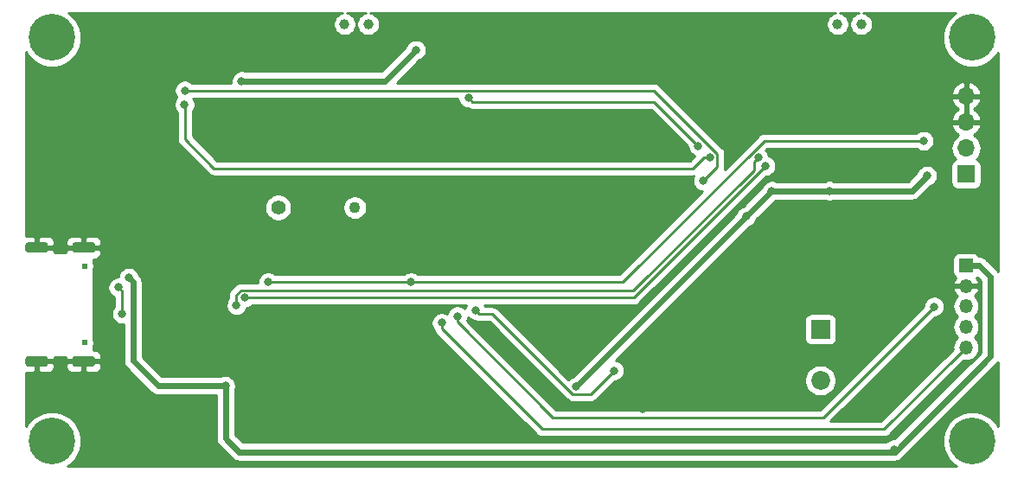
<source format=gbr>
G04 #@! TF.GenerationSoftware,KiCad,Pcbnew,(5.1.4)-1*
G04 #@! TF.CreationDate,2019-12-25T11:40:04+08:00*
G04 #@! TF.ProjectId,matrix_control_main,6d617472-6978-45f6-936f-6e74726f6c5f,rev?*
G04 #@! TF.SameCoordinates,Original*
G04 #@! TF.FileFunction,Copper,L2,Bot*
G04 #@! TF.FilePolarity,Positive*
%FSLAX46Y46*%
G04 Gerber Fmt 4.6, Leading zero omitted, Abs format (unit mm)*
G04 Created by KiCad (PCBNEW (5.1.4)-1) date 2019-12-25 11:40:04*
%MOMM*%
%LPD*%
G04 APERTURE LIST*
%ADD10C,0.620000*%
%ADD11C,0.600000*%
%ADD12C,4.560000*%
%ADD13C,1.100000*%
%ADD14C,1.400000*%
%ADD15R,1.350000X1.350000*%
%ADD16O,1.350000X1.350000*%
%ADD17C,0.100000*%
%ADD18C,1.000000*%
%ADD19R,1.850000X1.850000*%
%ADD20C,1.850000*%
%ADD21R,1.700000X1.700000*%
%ADD22O,1.700000X1.700000*%
%ADD23C,0.800000*%
%ADD24C,0.600000*%
%ADD25C,0.250000*%
%ADD26C,0.254000*%
G04 APERTURE END LIST*
D10*
X87698320Y-104188140D03*
X87698320Y-111698140D03*
D11*
X83240000Y-120060000D03*
X84500000Y-119540000D03*
X83240000Y-122580000D03*
X82720000Y-121320000D03*
X84500000Y-123100000D03*
X85760000Y-122580000D03*
D12*
X84500000Y-121320000D03*
D11*
X86280000Y-121320000D03*
X85760000Y-120060000D03*
X173340000Y-120060000D03*
X174600000Y-119540000D03*
X173340000Y-122580000D03*
X172820000Y-121320000D03*
X174600000Y-123100000D03*
X175860000Y-122580000D03*
D12*
X174600000Y-121320000D03*
D11*
X176380000Y-121320000D03*
X175860000Y-120060000D03*
X173340000Y-80560000D03*
X174600000Y-80040000D03*
X173340000Y-83080000D03*
X172820000Y-81820000D03*
X174600000Y-83600000D03*
X175860000Y-83080000D03*
D12*
X174600000Y-81820000D03*
D11*
X176380000Y-81820000D03*
X175860000Y-80560000D03*
X85760000Y-80560000D03*
X86280000Y-81820000D03*
D12*
X84500000Y-81820000D03*
D11*
X85760000Y-83080000D03*
X84500000Y-83600000D03*
X82720000Y-81820000D03*
X83240000Y-83080000D03*
X84500000Y-80040000D03*
X83240000Y-80560000D03*
D13*
X114158720Y-98463100D03*
D14*
X106658720Y-98463100D03*
D15*
X173990000Y-104140000D03*
D16*
X173990000Y-106140000D03*
X173990000Y-108140000D03*
X173990000Y-110140000D03*
X173990000Y-112140000D03*
D17*
G36*
X83894504Y-101876204D02*
G01*
X83918773Y-101879804D01*
X83942571Y-101885765D01*
X83965671Y-101894030D01*
X83987849Y-101904520D01*
X84008893Y-101917133D01*
X84028598Y-101931747D01*
X84046777Y-101948223D01*
X84063253Y-101966402D01*
X84077867Y-101986107D01*
X84090480Y-102007151D01*
X84100970Y-102029329D01*
X84109235Y-102052429D01*
X84115196Y-102076227D01*
X84118796Y-102100496D01*
X84120000Y-102125000D01*
X84120000Y-102625000D01*
X84118796Y-102649504D01*
X84115196Y-102673773D01*
X84109235Y-102697571D01*
X84100970Y-102720671D01*
X84090480Y-102742849D01*
X84077867Y-102763893D01*
X84063253Y-102783598D01*
X84046777Y-102801777D01*
X84028598Y-102818253D01*
X84008893Y-102832867D01*
X83987849Y-102845480D01*
X83965671Y-102855970D01*
X83942571Y-102864235D01*
X83918773Y-102870196D01*
X83894504Y-102873796D01*
X83870000Y-102875000D01*
X82170000Y-102875000D01*
X82145496Y-102873796D01*
X82121227Y-102870196D01*
X82097429Y-102864235D01*
X82074329Y-102855970D01*
X82052151Y-102845480D01*
X82031107Y-102832867D01*
X82011402Y-102818253D01*
X81993223Y-102801777D01*
X81976747Y-102783598D01*
X81962133Y-102763893D01*
X81949520Y-102742849D01*
X81939030Y-102720671D01*
X81930765Y-102697571D01*
X81924804Y-102673773D01*
X81921204Y-102649504D01*
X81920000Y-102625000D01*
X81920000Y-102125000D01*
X81921204Y-102100496D01*
X81924804Y-102076227D01*
X81930765Y-102052429D01*
X81939030Y-102029329D01*
X81949520Y-102007151D01*
X81962133Y-101986107D01*
X81976747Y-101966402D01*
X81993223Y-101948223D01*
X82011402Y-101931747D01*
X82031107Y-101917133D01*
X82052151Y-101904520D01*
X82074329Y-101894030D01*
X82097429Y-101885765D01*
X82121227Y-101879804D01*
X82145496Y-101876204D01*
X82170000Y-101875000D01*
X83870000Y-101875000D01*
X83894504Y-101876204D01*
X83894504Y-101876204D01*
G37*
D18*
X83020000Y-102375000D03*
D17*
G36*
X88494504Y-113026204D02*
G01*
X88518773Y-113029804D01*
X88542571Y-113035765D01*
X88565671Y-113044030D01*
X88587849Y-113054520D01*
X88608893Y-113067133D01*
X88628598Y-113081747D01*
X88646777Y-113098223D01*
X88663253Y-113116402D01*
X88677867Y-113136107D01*
X88690480Y-113157151D01*
X88700970Y-113179329D01*
X88709235Y-113202429D01*
X88715196Y-113226227D01*
X88718796Y-113250496D01*
X88720000Y-113275000D01*
X88720000Y-113775000D01*
X88718796Y-113799504D01*
X88715196Y-113823773D01*
X88709235Y-113847571D01*
X88700970Y-113870671D01*
X88690480Y-113892849D01*
X88677867Y-113913893D01*
X88663253Y-113933598D01*
X88646777Y-113951777D01*
X88628598Y-113968253D01*
X88608893Y-113982867D01*
X88587849Y-113995480D01*
X88565671Y-114005970D01*
X88542571Y-114014235D01*
X88518773Y-114020196D01*
X88494504Y-114023796D01*
X88470000Y-114025000D01*
X86770000Y-114025000D01*
X86745496Y-114023796D01*
X86721227Y-114020196D01*
X86697429Y-114014235D01*
X86674329Y-114005970D01*
X86652151Y-113995480D01*
X86631107Y-113982867D01*
X86611402Y-113968253D01*
X86593223Y-113951777D01*
X86576747Y-113933598D01*
X86562133Y-113913893D01*
X86549520Y-113892849D01*
X86539030Y-113870671D01*
X86530765Y-113847571D01*
X86524804Y-113823773D01*
X86521204Y-113799504D01*
X86520000Y-113775000D01*
X86520000Y-113275000D01*
X86521204Y-113250496D01*
X86524804Y-113226227D01*
X86530765Y-113202429D01*
X86539030Y-113179329D01*
X86549520Y-113157151D01*
X86562133Y-113136107D01*
X86576747Y-113116402D01*
X86593223Y-113098223D01*
X86611402Y-113081747D01*
X86631107Y-113067133D01*
X86652151Y-113054520D01*
X86674329Y-113044030D01*
X86697429Y-113035765D01*
X86721227Y-113029804D01*
X86745496Y-113026204D01*
X86770000Y-113025000D01*
X88470000Y-113025000D01*
X88494504Y-113026204D01*
X88494504Y-113026204D01*
G37*
D18*
X87620000Y-113525000D03*
D17*
G36*
X83894504Y-113026204D02*
G01*
X83918773Y-113029804D01*
X83942571Y-113035765D01*
X83965671Y-113044030D01*
X83987849Y-113054520D01*
X84008893Y-113067133D01*
X84028598Y-113081747D01*
X84046777Y-113098223D01*
X84063253Y-113116402D01*
X84077867Y-113136107D01*
X84090480Y-113157151D01*
X84100970Y-113179329D01*
X84109235Y-113202429D01*
X84115196Y-113226227D01*
X84118796Y-113250496D01*
X84120000Y-113275000D01*
X84120000Y-113775000D01*
X84118796Y-113799504D01*
X84115196Y-113823773D01*
X84109235Y-113847571D01*
X84100970Y-113870671D01*
X84090480Y-113892849D01*
X84077867Y-113913893D01*
X84063253Y-113933598D01*
X84046777Y-113951777D01*
X84028598Y-113968253D01*
X84008893Y-113982867D01*
X83987849Y-113995480D01*
X83965671Y-114005970D01*
X83942571Y-114014235D01*
X83918773Y-114020196D01*
X83894504Y-114023796D01*
X83870000Y-114025000D01*
X82170000Y-114025000D01*
X82145496Y-114023796D01*
X82121227Y-114020196D01*
X82097429Y-114014235D01*
X82074329Y-114005970D01*
X82052151Y-113995480D01*
X82031107Y-113982867D01*
X82011402Y-113968253D01*
X81993223Y-113951777D01*
X81976747Y-113933598D01*
X81962133Y-113913893D01*
X81949520Y-113892849D01*
X81939030Y-113870671D01*
X81930765Y-113847571D01*
X81924804Y-113823773D01*
X81921204Y-113799504D01*
X81920000Y-113775000D01*
X81920000Y-113275000D01*
X81921204Y-113250496D01*
X81924804Y-113226227D01*
X81930765Y-113202429D01*
X81939030Y-113179329D01*
X81949520Y-113157151D01*
X81962133Y-113136107D01*
X81976747Y-113116402D01*
X81993223Y-113098223D01*
X82011402Y-113081747D01*
X82031107Y-113067133D01*
X82052151Y-113054520D01*
X82074329Y-113044030D01*
X82097429Y-113035765D01*
X82121227Y-113029804D01*
X82145496Y-113026204D01*
X82170000Y-113025000D01*
X83870000Y-113025000D01*
X83894504Y-113026204D01*
X83894504Y-113026204D01*
G37*
D18*
X83020000Y-113525000D03*
D17*
G36*
X88494504Y-101876204D02*
G01*
X88518773Y-101879804D01*
X88542571Y-101885765D01*
X88565671Y-101894030D01*
X88587849Y-101904520D01*
X88608893Y-101917133D01*
X88628598Y-101931747D01*
X88646777Y-101948223D01*
X88663253Y-101966402D01*
X88677867Y-101986107D01*
X88690480Y-102007151D01*
X88700970Y-102029329D01*
X88709235Y-102052429D01*
X88715196Y-102076227D01*
X88718796Y-102100496D01*
X88720000Y-102125000D01*
X88720000Y-102625000D01*
X88718796Y-102649504D01*
X88715196Y-102673773D01*
X88709235Y-102697571D01*
X88700970Y-102720671D01*
X88690480Y-102742849D01*
X88677867Y-102763893D01*
X88663253Y-102783598D01*
X88646777Y-102801777D01*
X88628598Y-102818253D01*
X88608893Y-102832867D01*
X88587849Y-102845480D01*
X88565671Y-102855970D01*
X88542571Y-102864235D01*
X88518773Y-102870196D01*
X88494504Y-102873796D01*
X88470000Y-102875000D01*
X86770000Y-102875000D01*
X86745496Y-102873796D01*
X86721227Y-102870196D01*
X86697429Y-102864235D01*
X86674329Y-102855970D01*
X86652151Y-102845480D01*
X86631107Y-102832867D01*
X86611402Y-102818253D01*
X86593223Y-102801777D01*
X86576747Y-102783598D01*
X86562133Y-102763893D01*
X86549520Y-102742849D01*
X86539030Y-102720671D01*
X86530765Y-102697571D01*
X86524804Y-102673773D01*
X86521204Y-102649504D01*
X86520000Y-102625000D01*
X86520000Y-102125000D01*
X86521204Y-102100496D01*
X86524804Y-102076227D01*
X86530765Y-102052429D01*
X86539030Y-102029329D01*
X86549520Y-102007151D01*
X86562133Y-101986107D01*
X86576747Y-101966402D01*
X86593223Y-101948223D01*
X86611402Y-101931747D01*
X86631107Y-101917133D01*
X86652151Y-101904520D01*
X86674329Y-101894030D01*
X86697429Y-101885765D01*
X86721227Y-101879804D01*
X86745496Y-101876204D01*
X86770000Y-101875000D01*
X88470000Y-101875000D01*
X88494504Y-101876204D01*
X88494504Y-101876204D01*
G37*
D18*
X87620000Y-102375000D03*
X115462710Y-80511800D03*
X113162690Y-80511800D03*
X161422690Y-80511800D03*
X163722710Y-80511800D03*
D19*
X159743140Y-110385860D03*
D20*
X159743140Y-115385860D03*
D21*
X174002700Y-95181420D03*
D22*
X174002700Y-92641420D03*
X174002700Y-90101420D03*
X174002700Y-87561420D03*
D23*
X96161860Y-92278200D03*
X94073980Y-98290380D03*
X151333200Y-104802940D03*
X116862860Y-90937080D03*
X104889300Y-120380760D03*
X109192060Y-120451880D03*
X115100100Y-120891300D03*
X124579380Y-119578120D03*
X123924060Y-116880640D03*
X128882140Y-118338600D03*
X118745000Y-110609380D03*
X131216400Y-114327940D03*
X133695440Y-116588540D03*
X138755120Y-116857780D03*
X142318740Y-118219220D03*
X155209240Y-117901720D03*
X151429720Y-84602320D03*
X155105100Y-86263480D03*
X155717240Y-83639660D03*
X153355040Y-82412840D03*
X158168340Y-88976200D03*
X163156900Y-87315040D03*
X168145460Y-88714580D03*
X171000420Y-122351800D03*
X95671640Y-103819960D03*
X92031820Y-105323640D03*
X101486060Y-115910000D03*
X166931340Y-122130820D03*
X154988260Y-96812100D03*
X170180000Y-95341440D03*
X135801100Y-115999260D03*
X120149620Y-83032600D03*
X103080820Y-86055200D03*
X152481280Y-99319080D03*
X160624520Y-96812100D03*
X124203460Y-109103160D03*
X170873420Y-108160820D03*
X122648980Y-109745780D03*
X169839640Y-91920060D03*
X105674160Y-105768140D03*
X119649240Y-105768140D03*
X91371420Y-108869480D03*
X91000580Y-106286300D03*
X148920200Y-93543120D03*
X97487740Y-88386920D03*
X125277880Y-87717460D03*
X147787360Y-92433140D03*
X153656200Y-93567800D03*
X102567740Y-108038900D03*
X154373580Y-94381320D03*
X103367840Y-107281980D03*
X148275040Y-95854520D03*
X97510600Y-86992460D03*
X125950980Y-108503720D03*
X139547600Y-114432080D03*
D24*
X175265000Y-104140000D02*
X173990000Y-104140000D01*
X101486060Y-115910000D02*
X101486060Y-121077080D01*
X101486060Y-121077080D02*
X102788720Y-122379740D01*
X102788720Y-122379740D02*
X167050720Y-122379740D01*
X167050720Y-122379740D02*
X176395380Y-113035080D01*
X176395380Y-113035080D02*
X176395380Y-105270380D01*
X176395380Y-105270380D02*
X175265000Y-104140000D01*
X92431819Y-105723639D02*
X92431819Y-113463019D01*
X92031820Y-105323640D02*
X92431819Y-105723639D01*
X94878800Y-115910000D02*
X100894240Y-115910000D01*
X92431819Y-113463019D02*
X94878800Y-115910000D01*
X100894240Y-115910000D02*
X101486060Y-115910000D01*
X154988260Y-96812100D02*
X152481280Y-99319080D01*
X135801100Y-115999260D02*
X135801100Y-115999260D01*
X151834850Y-99965510D02*
X135801100Y-115999260D01*
X154988260Y-96812100D02*
X160624520Y-96812100D01*
X117127020Y-86055200D02*
X103080820Y-86055200D01*
X120149620Y-83032600D02*
X117127020Y-86055200D01*
X152481280Y-99319080D02*
X151834850Y-99965510D01*
X168709340Y-96812100D02*
X170180000Y-95341440D01*
X160624520Y-96812100D02*
X168709340Y-96812100D01*
D25*
X124203460Y-109668845D02*
X133564095Y-119029480D01*
X124203460Y-109103160D02*
X124203460Y-109668845D01*
X133564095Y-119029480D02*
X160004760Y-119029480D01*
X160004760Y-119029480D02*
X170873420Y-108160820D01*
X173315001Y-112814999D02*
X173990000Y-112140000D01*
X165970220Y-120159780D02*
X173315001Y-112814999D01*
X132497295Y-120159780D02*
X165970220Y-120159780D01*
X122648980Y-109745780D02*
X122648980Y-110311465D01*
X122648980Y-110311465D02*
X132497295Y-120159780D01*
X154230938Y-91920060D02*
X169839640Y-91920060D01*
X140382858Y-105768140D02*
X154230938Y-91920060D01*
X105674160Y-105768140D02*
X119649240Y-105768140D01*
X119649240Y-105768140D02*
X140382858Y-105768140D01*
X91371420Y-108869480D02*
X91371420Y-108303795D01*
X91371420Y-108303795D02*
X91371420Y-106657140D01*
X91371420Y-106657140D02*
X91000580Y-106286300D01*
X147286334Y-94611301D02*
X100354241Y-94611301D01*
X148920200Y-93543120D02*
X148354515Y-93543120D01*
X148354515Y-93543120D02*
X147286334Y-94611301D01*
X100354241Y-94611301D02*
X97518220Y-91775280D01*
X97518220Y-91775280D02*
X97518220Y-88417400D01*
X97518220Y-88417400D02*
X97487740Y-88386920D01*
X125677879Y-88117459D02*
X143471679Y-88117459D01*
X125277880Y-87717460D02*
X125677879Y-88117459D01*
X143471679Y-88117459D02*
X147787360Y-92433140D01*
X153256201Y-93967799D02*
X153256201Y-94797659D01*
X153656200Y-93567800D02*
X153256201Y-93967799D01*
X153256201Y-94797659D02*
X141442440Y-106611420D01*
X141442440Y-106611420D02*
X104574340Y-106611420D01*
X102567740Y-107009078D02*
X102567740Y-108038900D01*
X103019839Y-106556979D02*
X102567740Y-107009078D01*
X104574340Y-106611420D02*
X104519899Y-106556979D01*
X104519899Y-106556979D02*
X103019839Y-106556979D01*
X154373580Y-94381320D02*
X141472920Y-107281980D01*
X141472920Y-107281980D02*
X103367840Y-107281980D01*
X143442542Y-86992460D02*
X97510600Y-86992460D01*
X149645201Y-93195119D02*
X143442542Y-86992460D01*
X148275040Y-95854520D02*
X149645201Y-94484359D01*
X149645201Y-94484359D02*
X149645201Y-93195119D01*
X135453099Y-116724261D02*
X137288439Y-116724261D01*
X127632557Y-108903719D02*
X135453099Y-116724261D01*
X125950980Y-108503720D02*
X126350979Y-108903719D01*
X126350979Y-108903719D02*
X127632557Y-108903719D01*
X137288439Y-116724261D02*
X139547600Y-114465100D01*
X139547600Y-114465100D02*
X139547600Y-114432080D01*
D26*
G36*
X112831623Y-79420417D02*
G01*
X112625066Y-79505976D01*
X112439170Y-79630188D01*
X112281078Y-79788280D01*
X112156866Y-79974176D01*
X112071307Y-80180733D01*
X112027690Y-80400012D01*
X112027690Y-80623588D01*
X112071307Y-80842867D01*
X112156866Y-81049424D01*
X112281078Y-81235320D01*
X112439170Y-81393412D01*
X112625066Y-81517624D01*
X112831623Y-81603183D01*
X113050902Y-81646800D01*
X113274478Y-81646800D01*
X113493757Y-81603183D01*
X113700314Y-81517624D01*
X113886210Y-81393412D01*
X114044302Y-81235320D01*
X114168514Y-81049424D01*
X114254073Y-80842867D01*
X114297690Y-80623588D01*
X114297690Y-80400012D01*
X114254073Y-80180733D01*
X114168514Y-79974176D01*
X114044302Y-79788280D01*
X113886210Y-79630188D01*
X113700314Y-79505976D01*
X113493757Y-79420417D01*
X113391113Y-79400000D01*
X115234287Y-79400000D01*
X115131643Y-79420417D01*
X114925086Y-79505976D01*
X114739190Y-79630188D01*
X114581098Y-79788280D01*
X114456886Y-79974176D01*
X114371327Y-80180733D01*
X114327710Y-80400012D01*
X114327710Y-80623588D01*
X114371327Y-80842867D01*
X114456886Y-81049424D01*
X114581098Y-81235320D01*
X114739190Y-81393412D01*
X114925086Y-81517624D01*
X115131643Y-81603183D01*
X115350922Y-81646800D01*
X115574498Y-81646800D01*
X115793777Y-81603183D01*
X116000334Y-81517624D01*
X116186230Y-81393412D01*
X116344322Y-81235320D01*
X116468534Y-81049424D01*
X116554093Y-80842867D01*
X116597710Y-80623588D01*
X116597710Y-80400012D01*
X116554093Y-80180733D01*
X116468534Y-79974176D01*
X116344322Y-79788280D01*
X116186230Y-79630188D01*
X116000334Y-79505976D01*
X115793777Y-79420417D01*
X115691133Y-79400000D01*
X161194267Y-79400000D01*
X161091623Y-79420417D01*
X160885066Y-79505976D01*
X160699170Y-79630188D01*
X160541078Y-79788280D01*
X160416866Y-79974176D01*
X160331307Y-80180733D01*
X160287690Y-80400012D01*
X160287690Y-80623588D01*
X160331307Y-80842867D01*
X160416866Y-81049424D01*
X160541078Y-81235320D01*
X160699170Y-81393412D01*
X160885066Y-81517624D01*
X161091623Y-81603183D01*
X161310902Y-81646800D01*
X161534478Y-81646800D01*
X161753757Y-81603183D01*
X161960314Y-81517624D01*
X162146210Y-81393412D01*
X162304302Y-81235320D01*
X162428514Y-81049424D01*
X162514073Y-80842867D01*
X162557690Y-80623588D01*
X162557690Y-80400012D01*
X162514073Y-80180733D01*
X162428514Y-79974176D01*
X162304302Y-79788280D01*
X162146210Y-79630188D01*
X161960314Y-79505976D01*
X161753757Y-79420417D01*
X161651113Y-79400000D01*
X163494287Y-79400000D01*
X163391643Y-79420417D01*
X163185086Y-79505976D01*
X162999190Y-79630188D01*
X162841098Y-79788280D01*
X162716886Y-79974176D01*
X162631327Y-80180733D01*
X162587710Y-80400012D01*
X162587710Y-80623588D01*
X162631327Y-80842867D01*
X162716886Y-81049424D01*
X162841098Y-81235320D01*
X162999190Y-81393412D01*
X163185086Y-81517624D01*
X163391643Y-81603183D01*
X163610922Y-81646800D01*
X163834498Y-81646800D01*
X164053777Y-81603183D01*
X164260334Y-81517624D01*
X164446230Y-81393412D01*
X164604322Y-81235320D01*
X164728534Y-81049424D01*
X164814093Y-80842867D01*
X164857710Y-80623588D01*
X164857710Y-80400012D01*
X164814093Y-80180733D01*
X164728534Y-79974176D01*
X164604322Y-79788280D01*
X164446230Y-79630188D01*
X164260334Y-79505976D01*
X164053777Y-79420417D01*
X163951133Y-79400000D01*
X172974925Y-79400000D01*
X172741796Y-79555772D01*
X172335772Y-79961796D01*
X172016761Y-80439230D01*
X171797022Y-80969726D01*
X171685000Y-81532898D01*
X171685000Y-82107102D01*
X171797022Y-82670274D01*
X172016761Y-83200770D01*
X172335772Y-83678204D01*
X172741796Y-84084228D01*
X173219230Y-84403239D01*
X173749726Y-84622978D01*
X174312898Y-84735000D01*
X174887102Y-84735000D01*
X175450274Y-84622978D01*
X175980770Y-84403239D01*
X176458204Y-84084228D01*
X176864228Y-83678204D01*
X177140000Y-83265482D01*
X177140001Y-104703853D01*
X177059724Y-104606036D01*
X177024039Y-104576750D01*
X175958630Y-103511341D01*
X175929344Y-103475656D01*
X175786972Y-103358814D01*
X175624540Y-103271993D01*
X175448292Y-103218529D01*
X175310932Y-103205000D01*
X175265000Y-103200476D01*
X175244697Y-103202476D01*
X175195537Y-103110506D01*
X175116185Y-103013815D01*
X175019494Y-102934463D01*
X174909180Y-102875498D01*
X174789482Y-102839188D01*
X174665000Y-102826928D01*
X173315000Y-102826928D01*
X173190518Y-102839188D01*
X173070820Y-102875498D01*
X172960506Y-102934463D01*
X172863815Y-103013815D01*
X172784463Y-103110506D01*
X172725498Y-103220820D01*
X172689188Y-103340518D01*
X172676928Y-103465000D01*
X172676928Y-104815000D01*
X172689188Y-104939482D01*
X172725498Y-105059180D01*
X172784463Y-105169494D01*
X172863815Y-105266185D01*
X172957559Y-105343119D01*
X172860527Y-105476371D01*
X172752762Y-105709472D01*
X172722090Y-105810600D01*
X172845776Y-106013000D01*
X173863000Y-106013000D01*
X173863000Y-105993000D01*
X174117000Y-105993000D01*
X174117000Y-106013000D01*
X175134224Y-106013000D01*
X175257910Y-105810600D01*
X175227238Y-105709472D01*
X175119473Y-105476371D01*
X175022441Y-105343119D01*
X175090212Y-105287501D01*
X175460381Y-105657670D01*
X175460380Y-112647791D01*
X167012351Y-121095820D01*
X166829401Y-121095820D01*
X166629442Y-121135594D01*
X166441084Y-121213615D01*
X166271566Y-121326883D01*
X166153709Y-121444740D01*
X103176010Y-121444740D01*
X102421060Y-120689791D01*
X102421060Y-116357295D01*
X102481286Y-116211898D01*
X102521060Y-116011939D01*
X102521060Y-115808061D01*
X102481286Y-115608102D01*
X102403265Y-115419744D01*
X102289997Y-115250226D01*
X102145834Y-115106063D01*
X101976316Y-114992795D01*
X101787958Y-114914774D01*
X101587999Y-114875000D01*
X101384121Y-114875000D01*
X101184162Y-114914774D01*
X101038765Y-114975000D01*
X95266089Y-114975000D01*
X93366819Y-113075730D01*
X93366819Y-105769570D01*
X93371343Y-105723638D01*
X93353290Y-105540347D01*
X93333738Y-105475893D01*
X93299826Y-105364099D01*
X93213005Y-105201667D01*
X93096163Y-105059295D01*
X93060479Y-105030010D01*
X93009251Y-104978782D01*
X92949025Y-104833384D01*
X92835757Y-104663866D01*
X92691594Y-104519703D01*
X92522076Y-104406435D01*
X92333718Y-104328414D01*
X92133759Y-104288640D01*
X91929881Y-104288640D01*
X91729922Y-104328414D01*
X91541564Y-104406435D01*
X91372046Y-104519703D01*
X91227883Y-104663866D01*
X91114615Y-104833384D01*
X91036594Y-105021742D01*
X90996820Y-105221701D01*
X90996820Y-105251300D01*
X90898641Y-105251300D01*
X90698682Y-105291074D01*
X90510324Y-105369095D01*
X90340806Y-105482363D01*
X90196643Y-105626526D01*
X90083375Y-105796044D01*
X90005354Y-105984402D01*
X89965580Y-106184361D01*
X89965580Y-106388239D01*
X90005354Y-106588198D01*
X90083375Y-106776556D01*
X90196643Y-106946074D01*
X90340806Y-107090237D01*
X90510324Y-107203505D01*
X90611421Y-107245381D01*
X90611420Y-108165769D01*
X90567483Y-108209706D01*
X90454215Y-108379224D01*
X90376194Y-108567582D01*
X90336420Y-108767541D01*
X90336420Y-108971419D01*
X90376194Y-109171378D01*
X90454215Y-109359736D01*
X90567483Y-109529254D01*
X90711646Y-109673417D01*
X90881164Y-109786685D01*
X91069522Y-109864706D01*
X91269481Y-109904480D01*
X91473359Y-109904480D01*
X91496820Y-109899813D01*
X91496820Y-113417077D01*
X91492295Y-113463019D01*
X91510348Y-113646310D01*
X91548569Y-113772306D01*
X91563813Y-113822559D01*
X91650634Y-113984991D01*
X91767476Y-114127363D01*
X91803155Y-114156644D01*
X94185170Y-116538659D01*
X94214456Y-116574344D01*
X94356828Y-116691186D01*
X94462680Y-116747765D01*
X94519259Y-116778007D01*
X94695508Y-116831472D01*
X94878800Y-116849524D01*
X94924735Y-116845000D01*
X100551060Y-116845000D01*
X100551061Y-121031138D01*
X100546536Y-121077080D01*
X100564589Y-121260371D01*
X100608655Y-121405637D01*
X100618054Y-121436620D01*
X100704875Y-121599052D01*
X100821717Y-121741424D01*
X100857396Y-121770705D01*
X102095094Y-123008404D01*
X102124376Y-123044084D01*
X102266748Y-123160926D01*
X102429180Y-123247747D01*
X102551963Y-123284993D01*
X102605427Y-123301211D01*
X102623830Y-123303023D01*
X102742788Y-123314740D01*
X102742794Y-123314740D01*
X102788719Y-123319263D01*
X102834644Y-123314740D01*
X167004788Y-123314740D01*
X167050720Y-123319264D01*
X167096652Y-123314740D01*
X167234012Y-123301211D01*
X167410260Y-123247747D01*
X167572692Y-123160926D01*
X167715064Y-123044084D01*
X167744350Y-123008399D01*
X177024040Y-113728709D01*
X177059724Y-113699424D01*
X177140001Y-113601607D01*
X177140001Y-119874520D01*
X176864228Y-119461796D01*
X176458204Y-119055772D01*
X175980770Y-118736761D01*
X175450274Y-118517022D01*
X174887102Y-118405000D01*
X174312898Y-118405000D01*
X173749726Y-118517022D01*
X173219230Y-118736761D01*
X172741796Y-119055772D01*
X172335772Y-119461796D01*
X172016761Y-119939230D01*
X171797022Y-120469726D01*
X171685000Y-121032898D01*
X171685000Y-121607102D01*
X171797022Y-122170274D01*
X172016761Y-122700770D01*
X172335772Y-123178204D01*
X172741796Y-123584228D01*
X173064722Y-123800000D01*
X86035278Y-123800000D01*
X86358204Y-123584228D01*
X86764228Y-123178204D01*
X87083239Y-122700770D01*
X87302978Y-122170274D01*
X87415000Y-121607102D01*
X87415000Y-121032898D01*
X87302978Y-120469726D01*
X87083239Y-119939230D01*
X86764228Y-119461796D01*
X86358204Y-119055772D01*
X85880770Y-118736761D01*
X85350274Y-118517022D01*
X84787102Y-118405000D01*
X84212898Y-118405000D01*
X83649726Y-118517022D01*
X83119230Y-118736761D01*
X82641796Y-119055772D01*
X82235772Y-119461796D01*
X81940000Y-119904450D01*
X81940000Y-114662997D01*
X82734250Y-114660000D01*
X82893000Y-114501250D01*
X82893000Y-113652000D01*
X83147000Y-113652000D01*
X83147000Y-114501250D01*
X83305750Y-114660000D01*
X84120000Y-114663072D01*
X84244482Y-114650812D01*
X84364180Y-114614502D01*
X84474494Y-114555537D01*
X84571185Y-114476185D01*
X84650537Y-114379494D01*
X84709502Y-114269180D01*
X84745812Y-114149482D01*
X84758072Y-114025000D01*
X85881928Y-114025000D01*
X85894188Y-114149482D01*
X85930498Y-114269180D01*
X85989463Y-114379494D01*
X86068815Y-114476185D01*
X86165506Y-114555537D01*
X86275820Y-114614502D01*
X86395518Y-114650812D01*
X86520000Y-114663072D01*
X87334250Y-114660000D01*
X87493000Y-114501250D01*
X87493000Y-113652000D01*
X87747000Y-113652000D01*
X87747000Y-114501250D01*
X87905750Y-114660000D01*
X88720000Y-114663072D01*
X88844482Y-114650812D01*
X88964180Y-114614502D01*
X89074494Y-114555537D01*
X89171185Y-114476185D01*
X89250537Y-114379494D01*
X89309502Y-114269180D01*
X89345812Y-114149482D01*
X89358072Y-114025000D01*
X89355000Y-113810750D01*
X89196250Y-113652000D01*
X87747000Y-113652000D01*
X87493000Y-113652000D01*
X86043750Y-113652000D01*
X85885000Y-113810750D01*
X85881928Y-114025000D01*
X84758072Y-114025000D01*
X84755000Y-113810750D01*
X84596250Y-113652000D01*
X83147000Y-113652000D01*
X82893000Y-113652000D01*
X82873000Y-113652000D01*
X82873000Y-113398000D01*
X82893000Y-113398000D01*
X82893000Y-113378000D01*
X83147000Y-113378000D01*
X83147000Y-113398000D01*
X84596250Y-113398000D01*
X84755000Y-113239250D01*
X84756853Y-113110000D01*
X85883147Y-113110000D01*
X85885000Y-113239250D01*
X86043750Y-113398000D01*
X87493000Y-113398000D01*
X87493000Y-113378000D01*
X87747000Y-113378000D01*
X87747000Y-113398000D01*
X89196250Y-113398000D01*
X89355000Y-113239250D01*
X89358072Y-113025000D01*
X89345812Y-112900518D01*
X89309502Y-112780820D01*
X89250537Y-112670506D01*
X89171185Y-112573815D01*
X89074494Y-112494463D01*
X88964180Y-112435498D01*
X88844482Y-112399188D01*
X88720000Y-112386928D01*
X88560000Y-112387532D01*
X88560000Y-112087264D01*
X88607004Y-111973786D01*
X88643320Y-111791214D01*
X88643320Y-111605066D01*
X88607004Y-111422494D01*
X88560000Y-111309016D01*
X88560000Y-104577264D01*
X88607004Y-104463786D01*
X88643320Y-104281214D01*
X88643320Y-104095066D01*
X88607004Y-103912494D01*
X88560000Y-103799016D01*
X88560000Y-103532418D01*
X88561964Y-103512476D01*
X88720000Y-103513072D01*
X88844482Y-103500812D01*
X88964180Y-103464502D01*
X89074494Y-103405537D01*
X89171185Y-103326185D01*
X89250537Y-103229494D01*
X89309502Y-103119180D01*
X89345812Y-102999482D01*
X89358072Y-102875000D01*
X89355000Y-102660750D01*
X89196250Y-102502000D01*
X87747000Y-102502000D01*
X87747000Y-102522000D01*
X87493000Y-102522000D01*
X87493000Y-102502000D01*
X86043750Y-102502000D01*
X85885000Y-102660750D01*
X85882430Y-102840000D01*
X84757570Y-102840000D01*
X84755000Y-102660750D01*
X84596250Y-102502000D01*
X83147000Y-102502000D01*
X83147000Y-102522000D01*
X82893000Y-102522000D01*
X82893000Y-102502000D01*
X82873000Y-102502000D01*
X82873000Y-102248000D01*
X82893000Y-102248000D01*
X82893000Y-101398750D01*
X83147000Y-101398750D01*
X83147000Y-102248000D01*
X84596250Y-102248000D01*
X84755000Y-102089250D01*
X84758072Y-101875000D01*
X85881928Y-101875000D01*
X85885000Y-102089250D01*
X86043750Y-102248000D01*
X87493000Y-102248000D01*
X87493000Y-101398750D01*
X87747000Y-101398750D01*
X87747000Y-102248000D01*
X89196250Y-102248000D01*
X89355000Y-102089250D01*
X89358072Y-101875000D01*
X89345812Y-101750518D01*
X89309502Y-101630820D01*
X89250537Y-101520506D01*
X89171185Y-101423815D01*
X89074494Y-101344463D01*
X88964180Y-101285498D01*
X88844482Y-101249188D01*
X88720000Y-101236928D01*
X87905750Y-101240000D01*
X87747000Y-101398750D01*
X87493000Y-101398750D01*
X87334250Y-101240000D01*
X86520000Y-101236928D01*
X86395518Y-101249188D01*
X86275820Y-101285498D01*
X86165506Y-101344463D01*
X86068815Y-101423815D01*
X85989463Y-101520506D01*
X85930498Y-101630820D01*
X85894188Y-101750518D01*
X85881928Y-101875000D01*
X84758072Y-101875000D01*
X84745812Y-101750518D01*
X84709502Y-101630820D01*
X84650537Y-101520506D01*
X84571185Y-101423815D01*
X84474494Y-101344463D01*
X84364180Y-101285498D01*
X84244482Y-101249188D01*
X84120000Y-101236928D01*
X83305750Y-101240000D01*
X83147000Y-101398750D01*
X82893000Y-101398750D01*
X82734250Y-101240000D01*
X81940000Y-101237003D01*
X81940000Y-98331614D01*
X105323720Y-98331614D01*
X105323720Y-98594586D01*
X105375024Y-98852505D01*
X105475659Y-99095459D01*
X105621758Y-99314113D01*
X105807707Y-99500062D01*
X106026361Y-99646161D01*
X106269315Y-99746796D01*
X106527234Y-99798100D01*
X106790206Y-99798100D01*
X107048125Y-99746796D01*
X107291079Y-99646161D01*
X107509733Y-99500062D01*
X107695682Y-99314113D01*
X107841781Y-99095459D01*
X107942416Y-98852505D01*
X107993720Y-98594586D01*
X107993720Y-98346388D01*
X112973720Y-98346388D01*
X112973720Y-98579812D01*
X113019259Y-98808752D01*
X113108586Y-99024408D01*
X113238270Y-99218494D01*
X113403326Y-99383550D01*
X113597412Y-99513234D01*
X113813068Y-99602561D01*
X114042008Y-99648100D01*
X114275432Y-99648100D01*
X114504372Y-99602561D01*
X114720028Y-99513234D01*
X114914114Y-99383550D01*
X115079170Y-99218494D01*
X115208854Y-99024408D01*
X115298181Y-98808752D01*
X115343720Y-98579812D01*
X115343720Y-98346388D01*
X115298181Y-98117448D01*
X115208854Y-97901792D01*
X115079170Y-97707706D01*
X114914114Y-97542650D01*
X114720028Y-97412966D01*
X114504372Y-97323639D01*
X114275432Y-97278100D01*
X114042008Y-97278100D01*
X113813068Y-97323639D01*
X113597412Y-97412966D01*
X113403326Y-97542650D01*
X113238270Y-97707706D01*
X113108586Y-97901792D01*
X113019259Y-98117448D01*
X112973720Y-98346388D01*
X107993720Y-98346388D01*
X107993720Y-98331614D01*
X107942416Y-98073695D01*
X107841781Y-97830741D01*
X107695682Y-97612087D01*
X107509733Y-97426138D01*
X107291079Y-97280039D01*
X107048125Y-97179404D01*
X106790206Y-97128100D01*
X106527234Y-97128100D01*
X106269315Y-97179404D01*
X106026361Y-97280039D01*
X105807707Y-97426138D01*
X105621758Y-97612087D01*
X105475659Y-97830741D01*
X105375024Y-98073695D01*
X105323720Y-98331614D01*
X81940000Y-98331614D01*
X81940000Y-88284981D01*
X96452740Y-88284981D01*
X96452740Y-88488859D01*
X96492514Y-88688818D01*
X96570535Y-88877176D01*
X96683803Y-89046694D01*
X96758221Y-89121112D01*
X96758220Y-91737957D01*
X96754544Y-91775280D01*
X96758220Y-91812602D01*
X96758220Y-91812612D01*
X96769217Y-91924265D01*
X96798864Y-92021999D01*
X96812674Y-92067526D01*
X96883246Y-92199556D01*
X96893711Y-92212307D01*
X96978219Y-92315281D01*
X97007223Y-92339084D01*
X99790442Y-95122304D01*
X99814240Y-95151302D01*
X99929965Y-95246275D01*
X100061994Y-95316847D01*
X100205255Y-95360304D01*
X100316908Y-95371301D01*
X100316917Y-95371301D01*
X100354240Y-95374977D01*
X100391563Y-95371301D01*
X147249012Y-95371301D01*
X147286334Y-95374977D01*
X147323656Y-95371301D01*
X147323667Y-95371301D01*
X147356249Y-95368092D01*
X147279814Y-95552622D01*
X147240040Y-95752581D01*
X147240040Y-95956459D01*
X147279814Y-96156418D01*
X147357835Y-96344776D01*
X147471103Y-96514294D01*
X147615266Y-96658457D01*
X147784784Y-96771725D01*
X147973142Y-96849746D01*
X148173101Y-96889520D01*
X148186676Y-96889520D01*
X140068057Y-105008140D01*
X120352951Y-105008140D01*
X120309014Y-104964203D01*
X120139496Y-104850935D01*
X119951138Y-104772914D01*
X119751179Y-104733140D01*
X119547301Y-104733140D01*
X119347342Y-104772914D01*
X119158984Y-104850935D01*
X118989466Y-104964203D01*
X118945529Y-105008140D01*
X106377871Y-105008140D01*
X106333934Y-104964203D01*
X106164416Y-104850935D01*
X105976058Y-104772914D01*
X105776099Y-104733140D01*
X105572221Y-104733140D01*
X105372262Y-104772914D01*
X105183904Y-104850935D01*
X105014386Y-104964203D01*
X104870223Y-105108366D01*
X104756955Y-105277884D01*
X104678934Y-105466242D01*
X104639160Y-105666201D01*
X104639160Y-105805048D01*
X104557232Y-105796979D01*
X104557221Y-105796979D01*
X104519899Y-105793303D01*
X104482577Y-105796979D01*
X103057172Y-105796979D01*
X103019839Y-105793302D01*
X102982506Y-105796979D01*
X102870853Y-105807976D01*
X102727592Y-105851433D01*
X102595563Y-105922005D01*
X102479838Y-106016978D01*
X102456035Y-106045982D01*
X102056743Y-106445274D01*
X102027739Y-106469077D01*
X101988293Y-106517143D01*
X101932766Y-106584802D01*
X101890881Y-106663163D01*
X101862194Y-106716832D01*
X101818737Y-106860093D01*
X101807740Y-106971746D01*
X101807740Y-106971756D01*
X101804064Y-107009078D01*
X101807740Y-107046401D01*
X101807740Y-107335189D01*
X101763803Y-107379126D01*
X101650535Y-107548644D01*
X101572514Y-107737002D01*
X101532740Y-107936961D01*
X101532740Y-108140839D01*
X101572514Y-108340798D01*
X101650535Y-108529156D01*
X101763803Y-108698674D01*
X101907966Y-108842837D01*
X102077484Y-108956105D01*
X102265842Y-109034126D01*
X102465801Y-109073900D01*
X102669679Y-109073900D01*
X102869638Y-109034126D01*
X103057996Y-108956105D01*
X103227514Y-108842837D01*
X103371677Y-108698674D01*
X103484945Y-108529156D01*
X103562966Y-108340798D01*
X103571738Y-108296699D01*
X103669738Y-108277206D01*
X103858096Y-108199185D01*
X104027614Y-108085917D01*
X104071551Y-108041980D01*
X125021963Y-108041980D01*
X124955754Y-108201822D01*
X124924244Y-108360233D01*
X124863234Y-108299223D01*
X124693716Y-108185955D01*
X124505358Y-108107934D01*
X124305399Y-108068160D01*
X124101521Y-108068160D01*
X123901562Y-108107934D01*
X123713204Y-108185955D01*
X123543686Y-108299223D01*
X123399523Y-108443386D01*
X123286255Y-108612904D01*
X123208234Y-108801262D01*
X123195344Y-108866065D01*
X123139236Y-108828575D01*
X122950878Y-108750554D01*
X122750919Y-108710780D01*
X122547041Y-108710780D01*
X122347082Y-108750554D01*
X122158724Y-108828575D01*
X121989206Y-108941843D01*
X121845043Y-109086006D01*
X121731775Y-109255524D01*
X121653754Y-109443882D01*
X121613980Y-109643841D01*
X121613980Y-109847719D01*
X121653754Y-110047678D01*
X121731775Y-110236036D01*
X121845043Y-110405554D01*
X121899993Y-110460504D01*
X121943434Y-110603712D01*
X121964831Y-110643741D01*
X122014006Y-110735741D01*
X122085181Y-110822467D01*
X122108980Y-110851466D01*
X122137978Y-110875264D01*
X131933496Y-120670783D01*
X131957294Y-120699781D01*
X132073019Y-120794754D01*
X132205048Y-120865326D01*
X132348309Y-120908783D01*
X132459962Y-120919780D01*
X132459970Y-120919780D01*
X132497295Y-120923456D01*
X132534620Y-120919780D01*
X165932898Y-120919780D01*
X165970220Y-120923456D01*
X166007542Y-120919780D01*
X166007553Y-120919780D01*
X166119206Y-120908783D01*
X166262467Y-120865326D01*
X166394496Y-120794754D01*
X166510221Y-120699781D01*
X166534024Y-120670777D01*
X173770120Y-113434682D01*
X173925649Y-113450000D01*
X174054351Y-113450000D01*
X174246805Y-113431045D01*
X174493741Y-113356138D01*
X174721318Y-113234495D01*
X174920792Y-113070792D01*
X175084495Y-112871318D01*
X175206138Y-112643741D01*
X175281045Y-112396805D01*
X175306338Y-112140000D01*
X175281045Y-111883195D01*
X175206138Y-111636259D01*
X175084495Y-111408682D01*
X174920792Y-111209208D01*
X174836461Y-111140000D01*
X174920792Y-111070792D01*
X175084495Y-110871318D01*
X175206138Y-110643741D01*
X175281045Y-110396805D01*
X175306338Y-110140000D01*
X175281045Y-109883195D01*
X175206138Y-109636259D01*
X175084495Y-109408682D01*
X174920792Y-109209208D01*
X174836461Y-109140000D01*
X174920792Y-109070792D01*
X175084495Y-108871318D01*
X175206138Y-108643741D01*
X175281045Y-108396805D01*
X175306338Y-108140000D01*
X175281045Y-107883195D01*
X175206138Y-107636259D01*
X175084495Y-107408682D01*
X174920792Y-107209208D01*
X174832352Y-107136628D01*
X174968303Y-107011227D01*
X175119473Y-106803629D01*
X175227238Y-106570528D01*
X175257910Y-106469400D01*
X175134224Y-106267000D01*
X174117000Y-106267000D01*
X174117000Y-106287000D01*
X173863000Y-106287000D01*
X173863000Y-106267000D01*
X172845776Y-106267000D01*
X172722090Y-106469400D01*
X172752762Y-106570528D01*
X172860527Y-106803629D01*
X173011697Y-107011227D01*
X173147648Y-107136628D01*
X173059208Y-107209208D01*
X172895505Y-107408682D01*
X172773862Y-107636259D01*
X172698955Y-107883195D01*
X172673662Y-108140000D01*
X172698955Y-108396805D01*
X172773862Y-108643741D01*
X172895505Y-108871318D01*
X173059208Y-109070792D01*
X173143539Y-109140000D01*
X173059208Y-109209208D01*
X172895505Y-109408682D01*
X172773862Y-109636259D01*
X172698955Y-109883195D01*
X172673662Y-110140000D01*
X172698955Y-110396805D01*
X172773862Y-110643741D01*
X172895505Y-110871318D01*
X173059208Y-111070792D01*
X173143539Y-111140000D01*
X173059208Y-111209208D01*
X172895505Y-111408682D01*
X172773862Y-111636259D01*
X172698955Y-111883195D01*
X172673662Y-112140000D01*
X172695318Y-112359880D01*
X165655419Y-119399780D01*
X160709261Y-119399780D01*
X170913223Y-109195820D01*
X170975359Y-109195820D01*
X171175318Y-109156046D01*
X171363676Y-109078025D01*
X171533194Y-108964757D01*
X171677357Y-108820594D01*
X171790625Y-108651076D01*
X171868646Y-108462718D01*
X171908420Y-108262759D01*
X171908420Y-108058881D01*
X171868646Y-107858922D01*
X171790625Y-107670564D01*
X171677357Y-107501046D01*
X171533194Y-107356883D01*
X171363676Y-107243615D01*
X171175318Y-107165594D01*
X170975359Y-107125820D01*
X170771481Y-107125820D01*
X170571522Y-107165594D01*
X170383164Y-107243615D01*
X170213646Y-107356883D01*
X170069483Y-107501046D01*
X169956215Y-107670564D01*
X169878194Y-107858922D01*
X169838420Y-108058881D01*
X169838420Y-108121017D01*
X159689959Y-118269480D01*
X133878897Y-118269480D01*
X125144731Y-109535315D01*
X125198686Y-109405058D01*
X125230196Y-109246647D01*
X125291206Y-109307657D01*
X125460724Y-109420925D01*
X125649082Y-109498946D01*
X125849041Y-109538720D01*
X125926754Y-109538720D01*
X126058732Y-109609265D01*
X126201993Y-109652722D01*
X126313646Y-109663719D01*
X126313656Y-109663719D01*
X126350978Y-109667395D01*
X126388301Y-109663719D01*
X127317756Y-109663719D01*
X134889300Y-117235264D01*
X134913098Y-117264262D01*
X134942096Y-117288060D01*
X135028823Y-117359235D01*
X135160852Y-117429807D01*
X135304113Y-117473264D01*
X135453099Y-117487938D01*
X135490432Y-117484261D01*
X137251117Y-117484261D01*
X137288439Y-117487937D01*
X137325761Y-117484261D01*
X137325772Y-117484261D01*
X137437425Y-117473264D01*
X137580686Y-117429807D01*
X137712715Y-117359235D01*
X137828440Y-117264262D01*
X137852243Y-117235258D01*
X139620422Y-115467080D01*
X139649539Y-115467080D01*
X139849498Y-115427306D01*
X140037856Y-115349285D01*
X140207374Y-115236017D01*
X140211178Y-115232213D01*
X158183140Y-115232213D01*
X158183140Y-115539507D01*
X158243090Y-115840895D01*
X158360686Y-116124797D01*
X158531409Y-116380302D01*
X158748698Y-116597591D01*
X159004203Y-116768314D01*
X159288105Y-116885910D01*
X159589493Y-116945860D01*
X159896787Y-116945860D01*
X160198175Y-116885910D01*
X160482077Y-116768314D01*
X160737582Y-116597591D01*
X160954871Y-116380302D01*
X161125594Y-116124797D01*
X161243190Y-115840895D01*
X161303140Y-115539507D01*
X161303140Y-115232213D01*
X161243190Y-114930825D01*
X161125594Y-114646923D01*
X160954871Y-114391418D01*
X160737582Y-114174129D01*
X160482077Y-114003406D01*
X160198175Y-113885810D01*
X159896787Y-113825860D01*
X159589493Y-113825860D01*
X159288105Y-113885810D01*
X159004203Y-114003406D01*
X158748698Y-114174129D01*
X158531409Y-114391418D01*
X158360686Y-114646923D01*
X158243090Y-114930825D01*
X158183140Y-115232213D01*
X140211178Y-115232213D01*
X140351537Y-115091854D01*
X140464805Y-114922336D01*
X140542826Y-114733978D01*
X140582600Y-114534019D01*
X140582600Y-114330141D01*
X140542826Y-114130182D01*
X140464805Y-113941824D01*
X140351537Y-113772306D01*
X140207374Y-113628143D01*
X140037856Y-113514875D01*
X139849498Y-113436854D01*
X139712955Y-113409694D01*
X143661789Y-109460860D01*
X158180068Y-109460860D01*
X158180068Y-111310860D01*
X158192328Y-111435342D01*
X158228638Y-111555040D01*
X158287603Y-111665354D01*
X158366955Y-111762045D01*
X158463646Y-111841397D01*
X158573960Y-111900362D01*
X158693658Y-111936672D01*
X158818140Y-111948932D01*
X160668140Y-111948932D01*
X160792622Y-111936672D01*
X160912320Y-111900362D01*
X161022634Y-111841397D01*
X161119325Y-111762045D01*
X161198677Y-111665354D01*
X161257642Y-111555040D01*
X161293952Y-111435342D01*
X161306212Y-111310860D01*
X161306212Y-109460860D01*
X161293952Y-109336378D01*
X161257642Y-109216680D01*
X161198677Y-109106366D01*
X161119325Y-109009675D01*
X161022634Y-108930323D01*
X160912320Y-108871358D01*
X160792622Y-108835048D01*
X160668140Y-108822788D01*
X158818140Y-108822788D01*
X158693658Y-108835048D01*
X158573960Y-108871358D01*
X158463646Y-108930323D01*
X158366955Y-109009675D01*
X158287603Y-109106366D01*
X158228638Y-109216680D01*
X158192328Y-109336378D01*
X158180068Y-109460860D01*
X143661789Y-109460860D01*
X152826138Y-100296511D01*
X152971536Y-100236285D01*
X153141054Y-100123017D01*
X153285217Y-99978854D01*
X153398485Y-99809336D01*
X153458711Y-99663938D01*
X155333119Y-97789531D01*
X155435555Y-97747100D01*
X160177225Y-97747100D01*
X160322622Y-97807326D01*
X160522581Y-97847100D01*
X160726459Y-97847100D01*
X160926418Y-97807326D01*
X161071815Y-97747100D01*
X168663408Y-97747100D01*
X168709340Y-97751624D01*
X168755272Y-97747100D01*
X168892632Y-97733571D01*
X169068880Y-97680107D01*
X169231312Y-97593286D01*
X169373684Y-97476444D01*
X169402970Y-97440759D01*
X170524859Y-96318871D01*
X170670256Y-96258645D01*
X170839774Y-96145377D01*
X170983937Y-96001214D01*
X171097205Y-95831696D01*
X171175226Y-95643338D01*
X171215000Y-95443379D01*
X171215000Y-95239501D01*
X171175226Y-95039542D01*
X171097205Y-94851184D01*
X170983937Y-94681666D01*
X170839774Y-94537503D01*
X170670256Y-94424235D01*
X170481898Y-94346214D01*
X170281939Y-94306440D01*
X170078061Y-94306440D01*
X169878102Y-94346214D01*
X169689744Y-94424235D01*
X169520226Y-94537503D01*
X169376063Y-94681666D01*
X169262795Y-94851184D01*
X169202569Y-94996581D01*
X168322051Y-95877100D01*
X161071815Y-95877100D01*
X160926418Y-95816874D01*
X160726459Y-95777100D01*
X160522581Y-95777100D01*
X160322622Y-95816874D01*
X160177225Y-95877100D01*
X155435555Y-95877100D01*
X155290158Y-95816874D01*
X155090199Y-95777100D01*
X154886321Y-95777100D01*
X154686362Y-95816874D01*
X154498004Y-95894895D01*
X154328486Y-96008163D01*
X154184323Y-96152326D01*
X154071055Y-96321844D01*
X154010829Y-96467241D01*
X152136422Y-98341649D01*
X151991024Y-98401875D01*
X151821506Y-98515143D01*
X151677343Y-98659306D01*
X151564075Y-98828824D01*
X151503849Y-98974222D01*
X151206183Y-99271887D01*
X151206184Y-99271887D01*
X135456242Y-115021829D01*
X135310844Y-115082055D01*
X135141326Y-115195323D01*
X135070144Y-115266505D01*
X128196361Y-108392722D01*
X128172558Y-108363718D01*
X128056833Y-108268745D01*
X127924804Y-108198173D01*
X127781543Y-108154716D01*
X127669890Y-108143719D01*
X127669879Y-108143719D01*
X127632557Y-108140043D01*
X127595235Y-108143719D01*
X126922139Y-108143719D01*
X126879997Y-108041980D01*
X141435598Y-108041980D01*
X141472920Y-108045656D01*
X141510242Y-108041980D01*
X141510253Y-108041980D01*
X141621906Y-108030983D01*
X141765167Y-107987526D01*
X141897196Y-107916954D01*
X142012921Y-107821981D01*
X142036724Y-107792977D01*
X154413382Y-95416320D01*
X154475519Y-95416320D01*
X154675478Y-95376546D01*
X154863836Y-95298525D01*
X155033354Y-95185257D01*
X155177517Y-95041094D01*
X155290785Y-94871576D01*
X155368806Y-94683218D01*
X155408580Y-94483259D01*
X155408580Y-94279381D01*
X155368806Y-94079422D01*
X155290785Y-93891064D01*
X155177517Y-93721546D01*
X155033354Y-93577383D01*
X154863836Y-93464115D01*
X154675478Y-93386094D01*
X154675328Y-93386064D01*
X154651426Y-93265902D01*
X154573405Y-93077544D01*
X154460137Y-92908026D01*
X154388955Y-92836844D01*
X154545740Y-92680060D01*
X169135929Y-92680060D01*
X169179866Y-92723997D01*
X169349384Y-92837265D01*
X169537742Y-92915286D01*
X169737701Y-92955060D01*
X169941579Y-92955060D01*
X170141538Y-92915286D01*
X170329896Y-92837265D01*
X170499414Y-92723997D01*
X170581991Y-92641420D01*
X172510515Y-92641420D01*
X172539187Y-92932531D01*
X172624101Y-93212454D01*
X172761994Y-93470434D01*
X172947566Y-93696554D01*
X172977387Y-93721027D01*
X172908520Y-93741918D01*
X172798206Y-93800883D01*
X172701515Y-93880235D01*
X172622163Y-93976926D01*
X172563198Y-94087240D01*
X172526888Y-94206938D01*
X172514628Y-94331420D01*
X172514628Y-96031420D01*
X172526888Y-96155902D01*
X172563198Y-96275600D01*
X172622163Y-96385914D01*
X172701515Y-96482605D01*
X172798206Y-96561957D01*
X172908520Y-96620922D01*
X173028218Y-96657232D01*
X173152700Y-96669492D01*
X174852700Y-96669492D01*
X174977182Y-96657232D01*
X175096880Y-96620922D01*
X175207194Y-96561957D01*
X175303885Y-96482605D01*
X175383237Y-96385914D01*
X175442202Y-96275600D01*
X175478512Y-96155902D01*
X175490772Y-96031420D01*
X175490772Y-94331420D01*
X175478512Y-94206938D01*
X175442202Y-94087240D01*
X175383237Y-93976926D01*
X175303885Y-93880235D01*
X175207194Y-93800883D01*
X175096880Y-93741918D01*
X175028013Y-93721027D01*
X175057834Y-93696554D01*
X175243406Y-93470434D01*
X175381299Y-93212454D01*
X175466213Y-92932531D01*
X175494885Y-92641420D01*
X175466213Y-92350309D01*
X175381299Y-92070386D01*
X175243406Y-91812406D01*
X175057834Y-91586286D01*
X174831714Y-91400714D01*
X174767177Y-91366219D01*
X174884055Y-91296598D01*
X175100288Y-91101689D01*
X175274341Y-90868340D01*
X175399525Y-90605519D01*
X175444176Y-90458310D01*
X175322855Y-90228420D01*
X174129700Y-90228420D01*
X174129700Y-90248420D01*
X173875700Y-90248420D01*
X173875700Y-90228420D01*
X172682545Y-90228420D01*
X172561224Y-90458310D01*
X172605875Y-90605519D01*
X172731059Y-90868340D01*
X172905112Y-91101689D01*
X173121345Y-91296598D01*
X173238223Y-91366219D01*
X173173686Y-91400714D01*
X172947566Y-91586286D01*
X172761994Y-91812406D01*
X172624101Y-92070386D01*
X172539187Y-92350309D01*
X172510515Y-92641420D01*
X170581991Y-92641420D01*
X170643577Y-92579834D01*
X170756845Y-92410316D01*
X170834866Y-92221958D01*
X170874640Y-92021999D01*
X170874640Y-91818121D01*
X170834866Y-91618162D01*
X170756845Y-91429804D01*
X170643577Y-91260286D01*
X170499414Y-91116123D01*
X170329896Y-91002855D01*
X170141538Y-90924834D01*
X169941579Y-90885060D01*
X169737701Y-90885060D01*
X169537742Y-90924834D01*
X169349384Y-91002855D01*
X169179866Y-91116123D01*
X169135929Y-91160060D01*
X154268271Y-91160060D01*
X154230938Y-91156383D01*
X154193605Y-91160060D01*
X154081952Y-91171057D01*
X153938691Y-91214514D01*
X153806662Y-91285086D01*
X153690937Y-91380059D01*
X153667139Y-91409057D01*
X150373022Y-94703174D01*
X150394204Y-94633345D01*
X150405201Y-94521692D01*
X150405201Y-94521683D01*
X150408877Y-94484360D01*
X150405201Y-94447037D01*
X150405201Y-93232441D01*
X150408877Y-93195118D01*
X150405201Y-93157795D01*
X150405201Y-93157786D01*
X150394204Y-93046133D01*
X150350747Y-92902872D01*
X150280175Y-92770843D01*
X150250791Y-92735038D01*
X150209000Y-92684115D01*
X150208996Y-92684111D01*
X150185202Y-92655118D01*
X150156209Y-92631324D01*
X145443194Y-87918310D01*
X172561224Y-87918310D01*
X172605875Y-88065519D01*
X172731059Y-88328340D01*
X172905112Y-88561689D01*
X173121345Y-88756598D01*
X173246955Y-88831420D01*
X173121345Y-88906242D01*
X172905112Y-89101151D01*
X172731059Y-89334500D01*
X172605875Y-89597321D01*
X172561224Y-89744530D01*
X172682545Y-89974420D01*
X173875700Y-89974420D01*
X173875700Y-87688420D01*
X174129700Y-87688420D01*
X174129700Y-89974420D01*
X175322855Y-89974420D01*
X175444176Y-89744530D01*
X175399525Y-89597321D01*
X175274341Y-89334500D01*
X175100288Y-89101151D01*
X174884055Y-88906242D01*
X174758445Y-88831420D01*
X174884055Y-88756598D01*
X175100288Y-88561689D01*
X175274341Y-88328340D01*
X175399525Y-88065519D01*
X175444176Y-87918310D01*
X175322855Y-87688420D01*
X174129700Y-87688420D01*
X173875700Y-87688420D01*
X172682545Y-87688420D01*
X172561224Y-87918310D01*
X145443194Y-87918310D01*
X144729414Y-87204530D01*
X172561224Y-87204530D01*
X172682545Y-87434420D01*
X173875700Y-87434420D01*
X173875700Y-86240606D01*
X174129700Y-86240606D01*
X174129700Y-87434420D01*
X175322855Y-87434420D01*
X175444176Y-87204530D01*
X175399525Y-87057321D01*
X175274341Y-86794500D01*
X175100288Y-86561151D01*
X174884055Y-86366242D01*
X174633952Y-86217263D01*
X174359591Y-86119939D01*
X174129700Y-86240606D01*
X173875700Y-86240606D01*
X173645809Y-86119939D01*
X173371448Y-86217263D01*
X173121345Y-86366242D01*
X172905112Y-86561151D01*
X172731059Y-86794500D01*
X172605875Y-87057321D01*
X172561224Y-87204530D01*
X144729414Y-87204530D01*
X144006346Y-86481463D01*
X143982543Y-86452459D01*
X143866818Y-86357486D01*
X143734789Y-86286914D01*
X143591528Y-86243457D01*
X143479875Y-86232460D01*
X143479864Y-86232460D01*
X143442542Y-86228784D01*
X143405220Y-86232460D01*
X118272049Y-86232460D01*
X120494478Y-84010031D01*
X120639876Y-83949805D01*
X120809394Y-83836537D01*
X120953557Y-83692374D01*
X121066825Y-83522856D01*
X121144846Y-83334498D01*
X121184620Y-83134539D01*
X121184620Y-82930661D01*
X121144846Y-82730702D01*
X121066825Y-82542344D01*
X120953557Y-82372826D01*
X120809394Y-82228663D01*
X120639876Y-82115395D01*
X120451518Y-82037374D01*
X120251559Y-81997600D01*
X120047681Y-81997600D01*
X119847722Y-82037374D01*
X119659364Y-82115395D01*
X119489846Y-82228663D01*
X119345683Y-82372826D01*
X119232415Y-82542344D01*
X119172189Y-82687742D01*
X116739731Y-85120200D01*
X103528115Y-85120200D01*
X103382718Y-85059974D01*
X103182759Y-85020200D01*
X102978881Y-85020200D01*
X102778922Y-85059974D01*
X102590564Y-85137995D01*
X102421046Y-85251263D01*
X102276883Y-85395426D01*
X102163615Y-85564944D01*
X102085594Y-85753302D01*
X102045820Y-85953261D01*
X102045820Y-86157139D01*
X102060802Y-86232460D01*
X98214311Y-86232460D01*
X98170374Y-86188523D01*
X98000856Y-86075255D01*
X97812498Y-85997234D01*
X97612539Y-85957460D01*
X97408661Y-85957460D01*
X97208702Y-85997234D01*
X97020344Y-86075255D01*
X96850826Y-86188523D01*
X96706663Y-86332686D01*
X96593395Y-86502204D01*
X96515374Y-86690562D01*
X96475600Y-86890521D01*
X96475600Y-87094399D01*
X96515374Y-87294358D01*
X96593395Y-87482716D01*
X96706663Y-87652234D01*
X96732689Y-87678260D01*
X96683803Y-87727146D01*
X96570535Y-87896664D01*
X96492514Y-88085022D01*
X96452740Y-88284981D01*
X81940000Y-88284981D01*
X81940000Y-83235550D01*
X82235772Y-83678204D01*
X82641796Y-84084228D01*
X83119230Y-84403239D01*
X83649726Y-84622978D01*
X84212898Y-84735000D01*
X84787102Y-84735000D01*
X85350274Y-84622978D01*
X85880770Y-84403239D01*
X86358204Y-84084228D01*
X86764228Y-83678204D01*
X87083239Y-83200770D01*
X87302978Y-82670274D01*
X87415000Y-82107102D01*
X87415000Y-81532898D01*
X87302978Y-80969726D01*
X87083239Y-80439230D01*
X86764228Y-79961796D01*
X86358204Y-79555772D01*
X86125075Y-79400000D01*
X112934267Y-79400000D01*
X112831623Y-79420417D01*
X112831623Y-79420417D01*
G37*
X112831623Y-79420417D02*
X112625066Y-79505976D01*
X112439170Y-79630188D01*
X112281078Y-79788280D01*
X112156866Y-79974176D01*
X112071307Y-80180733D01*
X112027690Y-80400012D01*
X112027690Y-80623588D01*
X112071307Y-80842867D01*
X112156866Y-81049424D01*
X112281078Y-81235320D01*
X112439170Y-81393412D01*
X112625066Y-81517624D01*
X112831623Y-81603183D01*
X113050902Y-81646800D01*
X113274478Y-81646800D01*
X113493757Y-81603183D01*
X113700314Y-81517624D01*
X113886210Y-81393412D01*
X114044302Y-81235320D01*
X114168514Y-81049424D01*
X114254073Y-80842867D01*
X114297690Y-80623588D01*
X114297690Y-80400012D01*
X114254073Y-80180733D01*
X114168514Y-79974176D01*
X114044302Y-79788280D01*
X113886210Y-79630188D01*
X113700314Y-79505976D01*
X113493757Y-79420417D01*
X113391113Y-79400000D01*
X115234287Y-79400000D01*
X115131643Y-79420417D01*
X114925086Y-79505976D01*
X114739190Y-79630188D01*
X114581098Y-79788280D01*
X114456886Y-79974176D01*
X114371327Y-80180733D01*
X114327710Y-80400012D01*
X114327710Y-80623588D01*
X114371327Y-80842867D01*
X114456886Y-81049424D01*
X114581098Y-81235320D01*
X114739190Y-81393412D01*
X114925086Y-81517624D01*
X115131643Y-81603183D01*
X115350922Y-81646800D01*
X115574498Y-81646800D01*
X115793777Y-81603183D01*
X116000334Y-81517624D01*
X116186230Y-81393412D01*
X116344322Y-81235320D01*
X116468534Y-81049424D01*
X116554093Y-80842867D01*
X116597710Y-80623588D01*
X116597710Y-80400012D01*
X116554093Y-80180733D01*
X116468534Y-79974176D01*
X116344322Y-79788280D01*
X116186230Y-79630188D01*
X116000334Y-79505976D01*
X115793777Y-79420417D01*
X115691133Y-79400000D01*
X161194267Y-79400000D01*
X161091623Y-79420417D01*
X160885066Y-79505976D01*
X160699170Y-79630188D01*
X160541078Y-79788280D01*
X160416866Y-79974176D01*
X160331307Y-80180733D01*
X160287690Y-80400012D01*
X160287690Y-80623588D01*
X160331307Y-80842867D01*
X160416866Y-81049424D01*
X160541078Y-81235320D01*
X160699170Y-81393412D01*
X160885066Y-81517624D01*
X161091623Y-81603183D01*
X161310902Y-81646800D01*
X161534478Y-81646800D01*
X161753757Y-81603183D01*
X161960314Y-81517624D01*
X162146210Y-81393412D01*
X162304302Y-81235320D01*
X162428514Y-81049424D01*
X162514073Y-80842867D01*
X162557690Y-80623588D01*
X162557690Y-80400012D01*
X162514073Y-80180733D01*
X162428514Y-79974176D01*
X162304302Y-79788280D01*
X162146210Y-79630188D01*
X161960314Y-79505976D01*
X161753757Y-79420417D01*
X161651113Y-79400000D01*
X163494287Y-79400000D01*
X163391643Y-79420417D01*
X163185086Y-79505976D01*
X162999190Y-79630188D01*
X162841098Y-79788280D01*
X162716886Y-79974176D01*
X162631327Y-80180733D01*
X162587710Y-80400012D01*
X162587710Y-80623588D01*
X162631327Y-80842867D01*
X162716886Y-81049424D01*
X162841098Y-81235320D01*
X162999190Y-81393412D01*
X163185086Y-81517624D01*
X163391643Y-81603183D01*
X163610922Y-81646800D01*
X163834498Y-81646800D01*
X164053777Y-81603183D01*
X164260334Y-81517624D01*
X164446230Y-81393412D01*
X164604322Y-81235320D01*
X164728534Y-81049424D01*
X164814093Y-80842867D01*
X164857710Y-80623588D01*
X164857710Y-80400012D01*
X164814093Y-80180733D01*
X164728534Y-79974176D01*
X164604322Y-79788280D01*
X164446230Y-79630188D01*
X164260334Y-79505976D01*
X164053777Y-79420417D01*
X163951133Y-79400000D01*
X172974925Y-79400000D01*
X172741796Y-79555772D01*
X172335772Y-79961796D01*
X172016761Y-80439230D01*
X171797022Y-80969726D01*
X171685000Y-81532898D01*
X171685000Y-82107102D01*
X171797022Y-82670274D01*
X172016761Y-83200770D01*
X172335772Y-83678204D01*
X172741796Y-84084228D01*
X173219230Y-84403239D01*
X173749726Y-84622978D01*
X174312898Y-84735000D01*
X174887102Y-84735000D01*
X175450274Y-84622978D01*
X175980770Y-84403239D01*
X176458204Y-84084228D01*
X176864228Y-83678204D01*
X177140000Y-83265482D01*
X177140001Y-104703853D01*
X177059724Y-104606036D01*
X177024039Y-104576750D01*
X175958630Y-103511341D01*
X175929344Y-103475656D01*
X175786972Y-103358814D01*
X175624540Y-103271993D01*
X175448292Y-103218529D01*
X175310932Y-103205000D01*
X175265000Y-103200476D01*
X175244697Y-103202476D01*
X175195537Y-103110506D01*
X175116185Y-103013815D01*
X175019494Y-102934463D01*
X174909180Y-102875498D01*
X174789482Y-102839188D01*
X174665000Y-102826928D01*
X173315000Y-102826928D01*
X173190518Y-102839188D01*
X173070820Y-102875498D01*
X172960506Y-102934463D01*
X172863815Y-103013815D01*
X172784463Y-103110506D01*
X172725498Y-103220820D01*
X172689188Y-103340518D01*
X172676928Y-103465000D01*
X172676928Y-104815000D01*
X172689188Y-104939482D01*
X172725498Y-105059180D01*
X172784463Y-105169494D01*
X172863815Y-105266185D01*
X172957559Y-105343119D01*
X172860527Y-105476371D01*
X172752762Y-105709472D01*
X172722090Y-105810600D01*
X172845776Y-106013000D01*
X173863000Y-106013000D01*
X173863000Y-105993000D01*
X174117000Y-105993000D01*
X174117000Y-106013000D01*
X175134224Y-106013000D01*
X175257910Y-105810600D01*
X175227238Y-105709472D01*
X175119473Y-105476371D01*
X175022441Y-105343119D01*
X175090212Y-105287501D01*
X175460381Y-105657670D01*
X175460380Y-112647791D01*
X167012351Y-121095820D01*
X166829401Y-121095820D01*
X166629442Y-121135594D01*
X166441084Y-121213615D01*
X166271566Y-121326883D01*
X166153709Y-121444740D01*
X103176010Y-121444740D01*
X102421060Y-120689791D01*
X102421060Y-116357295D01*
X102481286Y-116211898D01*
X102521060Y-116011939D01*
X102521060Y-115808061D01*
X102481286Y-115608102D01*
X102403265Y-115419744D01*
X102289997Y-115250226D01*
X102145834Y-115106063D01*
X101976316Y-114992795D01*
X101787958Y-114914774D01*
X101587999Y-114875000D01*
X101384121Y-114875000D01*
X101184162Y-114914774D01*
X101038765Y-114975000D01*
X95266089Y-114975000D01*
X93366819Y-113075730D01*
X93366819Y-105769570D01*
X93371343Y-105723638D01*
X93353290Y-105540347D01*
X93333738Y-105475893D01*
X93299826Y-105364099D01*
X93213005Y-105201667D01*
X93096163Y-105059295D01*
X93060479Y-105030010D01*
X93009251Y-104978782D01*
X92949025Y-104833384D01*
X92835757Y-104663866D01*
X92691594Y-104519703D01*
X92522076Y-104406435D01*
X92333718Y-104328414D01*
X92133759Y-104288640D01*
X91929881Y-104288640D01*
X91729922Y-104328414D01*
X91541564Y-104406435D01*
X91372046Y-104519703D01*
X91227883Y-104663866D01*
X91114615Y-104833384D01*
X91036594Y-105021742D01*
X90996820Y-105221701D01*
X90996820Y-105251300D01*
X90898641Y-105251300D01*
X90698682Y-105291074D01*
X90510324Y-105369095D01*
X90340806Y-105482363D01*
X90196643Y-105626526D01*
X90083375Y-105796044D01*
X90005354Y-105984402D01*
X89965580Y-106184361D01*
X89965580Y-106388239D01*
X90005354Y-106588198D01*
X90083375Y-106776556D01*
X90196643Y-106946074D01*
X90340806Y-107090237D01*
X90510324Y-107203505D01*
X90611421Y-107245381D01*
X90611420Y-108165769D01*
X90567483Y-108209706D01*
X90454215Y-108379224D01*
X90376194Y-108567582D01*
X90336420Y-108767541D01*
X90336420Y-108971419D01*
X90376194Y-109171378D01*
X90454215Y-109359736D01*
X90567483Y-109529254D01*
X90711646Y-109673417D01*
X90881164Y-109786685D01*
X91069522Y-109864706D01*
X91269481Y-109904480D01*
X91473359Y-109904480D01*
X91496820Y-109899813D01*
X91496820Y-113417077D01*
X91492295Y-113463019D01*
X91510348Y-113646310D01*
X91548569Y-113772306D01*
X91563813Y-113822559D01*
X91650634Y-113984991D01*
X91767476Y-114127363D01*
X91803155Y-114156644D01*
X94185170Y-116538659D01*
X94214456Y-116574344D01*
X94356828Y-116691186D01*
X94462680Y-116747765D01*
X94519259Y-116778007D01*
X94695508Y-116831472D01*
X94878800Y-116849524D01*
X94924735Y-116845000D01*
X100551060Y-116845000D01*
X100551061Y-121031138D01*
X100546536Y-121077080D01*
X100564589Y-121260371D01*
X100608655Y-121405637D01*
X100618054Y-121436620D01*
X100704875Y-121599052D01*
X100821717Y-121741424D01*
X100857396Y-121770705D01*
X102095094Y-123008404D01*
X102124376Y-123044084D01*
X102266748Y-123160926D01*
X102429180Y-123247747D01*
X102551963Y-123284993D01*
X102605427Y-123301211D01*
X102623830Y-123303023D01*
X102742788Y-123314740D01*
X102742794Y-123314740D01*
X102788719Y-123319263D01*
X102834644Y-123314740D01*
X167004788Y-123314740D01*
X167050720Y-123319264D01*
X167096652Y-123314740D01*
X167234012Y-123301211D01*
X167410260Y-123247747D01*
X167572692Y-123160926D01*
X167715064Y-123044084D01*
X167744350Y-123008399D01*
X177024040Y-113728709D01*
X177059724Y-113699424D01*
X177140001Y-113601607D01*
X177140001Y-119874520D01*
X176864228Y-119461796D01*
X176458204Y-119055772D01*
X175980770Y-118736761D01*
X175450274Y-118517022D01*
X174887102Y-118405000D01*
X174312898Y-118405000D01*
X173749726Y-118517022D01*
X173219230Y-118736761D01*
X172741796Y-119055772D01*
X172335772Y-119461796D01*
X172016761Y-119939230D01*
X171797022Y-120469726D01*
X171685000Y-121032898D01*
X171685000Y-121607102D01*
X171797022Y-122170274D01*
X172016761Y-122700770D01*
X172335772Y-123178204D01*
X172741796Y-123584228D01*
X173064722Y-123800000D01*
X86035278Y-123800000D01*
X86358204Y-123584228D01*
X86764228Y-123178204D01*
X87083239Y-122700770D01*
X87302978Y-122170274D01*
X87415000Y-121607102D01*
X87415000Y-121032898D01*
X87302978Y-120469726D01*
X87083239Y-119939230D01*
X86764228Y-119461796D01*
X86358204Y-119055772D01*
X85880770Y-118736761D01*
X85350274Y-118517022D01*
X84787102Y-118405000D01*
X84212898Y-118405000D01*
X83649726Y-118517022D01*
X83119230Y-118736761D01*
X82641796Y-119055772D01*
X82235772Y-119461796D01*
X81940000Y-119904450D01*
X81940000Y-114662997D01*
X82734250Y-114660000D01*
X82893000Y-114501250D01*
X82893000Y-113652000D01*
X83147000Y-113652000D01*
X83147000Y-114501250D01*
X83305750Y-114660000D01*
X84120000Y-114663072D01*
X84244482Y-114650812D01*
X84364180Y-114614502D01*
X84474494Y-114555537D01*
X84571185Y-114476185D01*
X84650537Y-114379494D01*
X84709502Y-114269180D01*
X84745812Y-114149482D01*
X84758072Y-114025000D01*
X85881928Y-114025000D01*
X85894188Y-114149482D01*
X85930498Y-114269180D01*
X85989463Y-114379494D01*
X86068815Y-114476185D01*
X86165506Y-114555537D01*
X86275820Y-114614502D01*
X86395518Y-114650812D01*
X86520000Y-114663072D01*
X87334250Y-114660000D01*
X87493000Y-114501250D01*
X87493000Y-113652000D01*
X87747000Y-113652000D01*
X87747000Y-114501250D01*
X87905750Y-114660000D01*
X88720000Y-114663072D01*
X88844482Y-114650812D01*
X88964180Y-114614502D01*
X89074494Y-114555537D01*
X89171185Y-114476185D01*
X89250537Y-114379494D01*
X89309502Y-114269180D01*
X89345812Y-114149482D01*
X89358072Y-114025000D01*
X89355000Y-113810750D01*
X89196250Y-113652000D01*
X87747000Y-113652000D01*
X87493000Y-113652000D01*
X86043750Y-113652000D01*
X85885000Y-113810750D01*
X85881928Y-114025000D01*
X84758072Y-114025000D01*
X84755000Y-113810750D01*
X84596250Y-113652000D01*
X83147000Y-113652000D01*
X82893000Y-113652000D01*
X82873000Y-113652000D01*
X82873000Y-113398000D01*
X82893000Y-113398000D01*
X82893000Y-113378000D01*
X83147000Y-113378000D01*
X83147000Y-113398000D01*
X84596250Y-113398000D01*
X84755000Y-113239250D01*
X84756853Y-113110000D01*
X85883147Y-113110000D01*
X85885000Y-113239250D01*
X86043750Y-113398000D01*
X87493000Y-113398000D01*
X87493000Y-113378000D01*
X87747000Y-113378000D01*
X87747000Y-113398000D01*
X89196250Y-113398000D01*
X89355000Y-113239250D01*
X89358072Y-113025000D01*
X89345812Y-112900518D01*
X89309502Y-112780820D01*
X89250537Y-112670506D01*
X89171185Y-112573815D01*
X89074494Y-112494463D01*
X88964180Y-112435498D01*
X88844482Y-112399188D01*
X88720000Y-112386928D01*
X88560000Y-112387532D01*
X88560000Y-112087264D01*
X88607004Y-111973786D01*
X88643320Y-111791214D01*
X88643320Y-111605066D01*
X88607004Y-111422494D01*
X88560000Y-111309016D01*
X88560000Y-104577264D01*
X88607004Y-104463786D01*
X88643320Y-104281214D01*
X88643320Y-104095066D01*
X88607004Y-103912494D01*
X88560000Y-103799016D01*
X88560000Y-103532418D01*
X88561964Y-103512476D01*
X88720000Y-103513072D01*
X88844482Y-103500812D01*
X88964180Y-103464502D01*
X89074494Y-103405537D01*
X89171185Y-103326185D01*
X89250537Y-103229494D01*
X89309502Y-103119180D01*
X89345812Y-102999482D01*
X89358072Y-102875000D01*
X89355000Y-102660750D01*
X89196250Y-102502000D01*
X87747000Y-102502000D01*
X87747000Y-102522000D01*
X87493000Y-102522000D01*
X87493000Y-102502000D01*
X86043750Y-102502000D01*
X85885000Y-102660750D01*
X85882430Y-102840000D01*
X84757570Y-102840000D01*
X84755000Y-102660750D01*
X84596250Y-102502000D01*
X83147000Y-102502000D01*
X83147000Y-102522000D01*
X82893000Y-102522000D01*
X82893000Y-102502000D01*
X82873000Y-102502000D01*
X82873000Y-102248000D01*
X82893000Y-102248000D01*
X82893000Y-101398750D01*
X83147000Y-101398750D01*
X83147000Y-102248000D01*
X84596250Y-102248000D01*
X84755000Y-102089250D01*
X84758072Y-101875000D01*
X85881928Y-101875000D01*
X85885000Y-102089250D01*
X86043750Y-102248000D01*
X87493000Y-102248000D01*
X87493000Y-101398750D01*
X87747000Y-101398750D01*
X87747000Y-102248000D01*
X89196250Y-102248000D01*
X89355000Y-102089250D01*
X89358072Y-101875000D01*
X89345812Y-101750518D01*
X89309502Y-101630820D01*
X89250537Y-101520506D01*
X89171185Y-101423815D01*
X89074494Y-101344463D01*
X88964180Y-101285498D01*
X88844482Y-101249188D01*
X88720000Y-101236928D01*
X87905750Y-101240000D01*
X87747000Y-101398750D01*
X87493000Y-101398750D01*
X87334250Y-101240000D01*
X86520000Y-101236928D01*
X86395518Y-101249188D01*
X86275820Y-101285498D01*
X86165506Y-101344463D01*
X86068815Y-101423815D01*
X85989463Y-101520506D01*
X85930498Y-101630820D01*
X85894188Y-101750518D01*
X85881928Y-101875000D01*
X84758072Y-101875000D01*
X84745812Y-101750518D01*
X84709502Y-101630820D01*
X84650537Y-101520506D01*
X84571185Y-101423815D01*
X84474494Y-101344463D01*
X84364180Y-101285498D01*
X84244482Y-101249188D01*
X84120000Y-101236928D01*
X83305750Y-101240000D01*
X83147000Y-101398750D01*
X82893000Y-101398750D01*
X82734250Y-101240000D01*
X81940000Y-101237003D01*
X81940000Y-98331614D01*
X105323720Y-98331614D01*
X105323720Y-98594586D01*
X105375024Y-98852505D01*
X105475659Y-99095459D01*
X105621758Y-99314113D01*
X105807707Y-99500062D01*
X106026361Y-99646161D01*
X106269315Y-99746796D01*
X106527234Y-99798100D01*
X106790206Y-99798100D01*
X107048125Y-99746796D01*
X107291079Y-99646161D01*
X107509733Y-99500062D01*
X107695682Y-99314113D01*
X107841781Y-99095459D01*
X107942416Y-98852505D01*
X107993720Y-98594586D01*
X107993720Y-98346388D01*
X112973720Y-98346388D01*
X112973720Y-98579812D01*
X113019259Y-98808752D01*
X113108586Y-99024408D01*
X113238270Y-99218494D01*
X113403326Y-99383550D01*
X113597412Y-99513234D01*
X113813068Y-99602561D01*
X114042008Y-99648100D01*
X114275432Y-99648100D01*
X114504372Y-99602561D01*
X114720028Y-99513234D01*
X114914114Y-99383550D01*
X115079170Y-99218494D01*
X115208854Y-99024408D01*
X115298181Y-98808752D01*
X115343720Y-98579812D01*
X115343720Y-98346388D01*
X115298181Y-98117448D01*
X115208854Y-97901792D01*
X115079170Y-97707706D01*
X114914114Y-97542650D01*
X114720028Y-97412966D01*
X114504372Y-97323639D01*
X114275432Y-97278100D01*
X114042008Y-97278100D01*
X113813068Y-97323639D01*
X113597412Y-97412966D01*
X113403326Y-97542650D01*
X113238270Y-97707706D01*
X113108586Y-97901792D01*
X113019259Y-98117448D01*
X112973720Y-98346388D01*
X107993720Y-98346388D01*
X107993720Y-98331614D01*
X107942416Y-98073695D01*
X107841781Y-97830741D01*
X107695682Y-97612087D01*
X107509733Y-97426138D01*
X107291079Y-97280039D01*
X107048125Y-97179404D01*
X106790206Y-97128100D01*
X106527234Y-97128100D01*
X106269315Y-97179404D01*
X106026361Y-97280039D01*
X105807707Y-97426138D01*
X105621758Y-97612087D01*
X105475659Y-97830741D01*
X105375024Y-98073695D01*
X105323720Y-98331614D01*
X81940000Y-98331614D01*
X81940000Y-88284981D01*
X96452740Y-88284981D01*
X96452740Y-88488859D01*
X96492514Y-88688818D01*
X96570535Y-88877176D01*
X96683803Y-89046694D01*
X96758221Y-89121112D01*
X96758220Y-91737957D01*
X96754544Y-91775280D01*
X96758220Y-91812602D01*
X96758220Y-91812612D01*
X96769217Y-91924265D01*
X96798864Y-92021999D01*
X96812674Y-92067526D01*
X96883246Y-92199556D01*
X96893711Y-92212307D01*
X96978219Y-92315281D01*
X97007223Y-92339084D01*
X99790442Y-95122304D01*
X99814240Y-95151302D01*
X99929965Y-95246275D01*
X100061994Y-95316847D01*
X100205255Y-95360304D01*
X100316908Y-95371301D01*
X100316917Y-95371301D01*
X100354240Y-95374977D01*
X100391563Y-95371301D01*
X147249012Y-95371301D01*
X147286334Y-95374977D01*
X147323656Y-95371301D01*
X147323667Y-95371301D01*
X147356249Y-95368092D01*
X147279814Y-95552622D01*
X147240040Y-95752581D01*
X147240040Y-95956459D01*
X147279814Y-96156418D01*
X147357835Y-96344776D01*
X147471103Y-96514294D01*
X147615266Y-96658457D01*
X147784784Y-96771725D01*
X147973142Y-96849746D01*
X148173101Y-96889520D01*
X148186676Y-96889520D01*
X140068057Y-105008140D01*
X120352951Y-105008140D01*
X120309014Y-104964203D01*
X120139496Y-104850935D01*
X119951138Y-104772914D01*
X119751179Y-104733140D01*
X119547301Y-104733140D01*
X119347342Y-104772914D01*
X119158984Y-104850935D01*
X118989466Y-104964203D01*
X118945529Y-105008140D01*
X106377871Y-105008140D01*
X106333934Y-104964203D01*
X106164416Y-104850935D01*
X105976058Y-104772914D01*
X105776099Y-104733140D01*
X105572221Y-104733140D01*
X105372262Y-104772914D01*
X105183904Y-104850935D01*
X105014386Y-104964203D01*
X104870223Y-105108366D01*
X104756955Y-105277884D01*
X104678934Y-105466242D01*
X104639160Y-105666201D01*
X104639160Y-105805048D01*
X104557232Y-105796979D01*
X104557221Y-105796979D01*
X104519899Y-105793303D01*
X104482577Y-105796979D01*
X103057172Y-105796979D01*
X103019839Y-105793302D01*
X102982506Y-105796979D01*
X102870853Y-105807976D01*
X102727592Y-105851433D01*
X102595563Y-105922005D01*
X102479838Y-106016978D01*
X102456035Y-106045982D01*
X102056743Y-106445274D01*
X102027739Y-106469077D01*
X101988293Y-106517143D01*
X101932766Y-106584802D01*
X101890881Y-106663163D01*
X101862194Y-106716832D01*
X101818737Y-106860093D01*
X101807740Y-106971746D01*
X101807740Y-106971756D01*
X101804064Y-107009078D01*
X101807740Y-107046401D01*
X101807740Y-107335189D01*
X101763803Y-107379126D01*
X101650535Y-107548644D01*
X101572514Y-107737002D01*
X101532740Y-107936961D01*
X101532740Y-108140839D01*
X101572514Y-108340798D01*
X101650535Y-108529156D01*
X101763803Y-108698674D01*
X101907966Y-108842837D01*
X102077484Y-108956105D01*
X102265842Y-109034126D01*
X102465801Y-109073900D01*
X102669679Y-109073900D01*
X102869638Y-109034126D01*
X103057996Y-108956105D01*
X103227514Y-108842837D01*
X103371677Y-108698674D01*
X103484945Y-108529156D01*
X103562966Y-108340798D01*
X103571738Y-108296699D01*
X103669738Y-108277206D01*
X103858096Y-108199185D01*
X104027614Y-108085917D01*
X104071551Y-108041980D01*
X125021963Y-108041980D01*
X124955754Y-108201822D01*
X124924244Y-108360233D01*
X124863234Y-108299223D01*
X124693716Y-108185955D01*
X124505358Y-108107934D01*
X124305399Y-108068160D01*
X124101521Y-108068160D01*
X123901562Y-108107934D01*
X123713204Y-108185955D01*
X123543686Y-108299223D01*
X123399523Y-108443386D01*
X123286255Y-108612904D01*
X123208234Y-108801262D01*
X123195344Y-108866065D01*
X123139236Y-108828575D01*
X122950878Y-108750554D01*
X122750919Y-108710780D01*
X122547041Y-108710780D01*
X122347082Y-108750554D01*
X122158724Y-108828575D01*
X121989206Y-108941843D01*
X121845043Y-109086006D01*
X121731775Y-109255524D01*
X121653754Y-109443882D01*
X121613980Y-109643841D01*
X121613980Y-109847719D01*
X121653754Y-110047678D01*
X121731775Y-110236036D01*
X121845043Y-110405554D01*
X121899993Y-110460504D01*
X121943434Y-110603712D01*
X121964831Y-110643741D01*
X122014006Y-110735741D01*
X122085181Y-110822467D01*
X122108980Y-110851466D01*
X122137978Y-110875264D01*
X131933496Y-120670783D01*
X131957294Y-120699781D01*
X132073019Y-120794754D01*
X132205048Y-120865326D01*
X132348309Y-120908783D01*
X132459962Y-120919780D01*
X132459970Y-120919780D01*
X132497295Y-120923456D01*
X132534620Y-120919780D01*
X165932898Y-120919780D01*
X165970220Y-120923456D01*
X166007542Y-120919780D01*
X166007553Y-120919780D01*
X166119206Y-120908783D01*
X166262467Y-120865326D01*
X166394496Y-120794754D01*
X166510221Y-120699781D01*
X166534024Y-120670777D01*
X173770120Y-113434682D01*
X173925649Y-113450000D01*
X174054351Y-113450000D01*
X174246805Y-113431045D01*
X174493741Y-113356138D01*
X174721318Y-113234495D01*
X174920792Y-113070792D01*
X175084495Y-112871318D01*
X175206138Y-112643741D01*
X175281045Y-112396805D01*
X175306338Y-112140000D01*
X175281045Y-111883195D01*
X175206138Y-111636259D01*
X175084495Y-111408682D01*
X174920792Y-111209208D01*
X174836461Y-111140000D01*
X174920792Y-111070792D01*
X175084495Y-110871318D01*
X175206138Y-110643741D01*
X175281045Y-110396805D01*
X175306338Y-110140000D01*
X175281045Y-109883195D01*
X175206138Y-109636259D01*
X175084495Y-109408682D01*
X174920792Y-109209208D01*
X174836461Y-109140000D01*
X174920792Y-109070792D01*
X175084495Y-108871318D01*
X175206138Y-108643741D01*
X175281045Y-108396805D01*
X175306338Y-108140000D01*
X175281045Y-107883195D01*
X175206138Y-107636259D01*
X175084495Y-107408682D01*
X174920792Y-107209208D01*
X174832352Y-107136628D01*
X174968303Y-107011227D01*
X175119473Y-106803629D01*
X175227238Y-106570528D01*
X175257910Y-106469400D01*
X175134224Y-106267000D01*
X174117000Y-106267000D01*
X174117000Y-106287000D01*
X173863000Y-106287000D01*
X173863000Y-106267000D01*
X172845776Y-106267000D01*
X172722090Y-106469400D01*
X172752762Y-106570528D01*
X172860527Y-106803629D01*
X173011697Y-107011227D01*
X173147648Y-107136628D01*
X173059208Y-107209208D01*
X172895505Y-107408682D01*
X172773862Y-107636259D01*
X172698955Y-107883195D01*
X172673662Y-108140000D01*
X172698955Y-108396805D01*
X172773862Y-108643741D01*
X172895505Y-108871318D01*
X173059208Y-109070792D01*
X173143539Y-109140000D01*
X173059208Y-109209208D01*
X172895505Y-109408682D01*
X172773862Y-109636259D01*
X172698955Y-109883195D01*
X172673662Y-110140000D01*
X172698955Y-110396805D01*
X172773862Y-110643741D01*
X172895505Y-110871318D01*
X173059208Y-111070792D01*
X173143539Y-111140000D01*
X173059208Y-111209208D01*
X172895505Y-111408682D01*
X172773862Y-111636259D01*
X172698955Y-111883195D01*
X172673662Y-112140000D01*
X172695318Y-112359880D01*
X165655419Y-119399780D01*
X160709261Y-119399780D01*
X170913223Y-109195820D01*
X170975359Y-109195820D01*
X171175318Y-109156046D01*
X171363676Y-109078025D01*
X171533194Y-108964757D01*
X171677357Y-108820594D01*
X171790625Y-108651076D01*
X171868646Y-108462718D01*
X171908420Y-108262759D01*
X171908420Y-108058881D01*
X171868646Y-107858922D01*
X171790625Y-107670564D01*
X171677357Y-107501046D01*
X171533194Y-107356883D01*
X171363676Y-107243615D01*
X171175318Y-107165594D01*
X170975359Y-107125820D01*
X170771481Y-107125820D01*
X170571522Y-107165594D01*
X170383164Y-107243615D01*
X170213646Y-107356883D01*
X170069483Y-107501046D01*
X169956215Y-107670564D01*
X169878194Y-107858922D01*
X169838420Y-108058881D01*
X169838420Y-108121017D01*
X159689959Y-118269480D01*
X133878897Y-118269480D01*
X125144731Y-109535315D01*
X125198686Y-109405058D01*
X125230196Y-109246647D01*
X125291206Y-109307657D01*
X125460724Y-109420925D01*
X125649082Y-109498946D01*
X125849041Y-109538720D01*
X125926754Y-109538720D01*
X126058732Y-109609265D01*
X126201993Y-109652722D01*
X126313646Y-109663719D01*
X126313656Y-109663719D01*
X126350978Y-109667395D01*
X126388301Y-109663719D01*
X127317756Y-109663719D01*
X134889300Y-117235264D01*
X134913098Y-117264262D01*
X134942096Y-117288060D01*
X135028823Y-117359235D01*
X135160852Y-117429807D01*
X135304113Y-117473264D01*
X135453099Y-117487938D01*
X135490432Y-117484261D01*
X137251117Y-117484261D01*
X137288439Y-117487937D01*
X137325761Y-117484261D01*
X137325772Y-117484261D01*
X137437425Y-117473264D01*
X137580686Y-117429807D01*
X137712715Y-117359235D01*
X137828440Y-117264262D01*
X137852243Y-117235258D01*
X139620422Y-115467080D01*
X139649539Y-115467080D01*
X139849498Y-115427306D01*
X140037856Y-115349285D01*
X140207374Y-115236017D01*
X140211178Y-115232213D01*
X158183140Y-115232213D01*
X158183140Y-115539507D01*
X158243090Y-115840895D01*
X158360686Y-116124797D01*
X158531409Y-116380302D01*
X158748698Y-116597591D01*
X159004203Y-116768314D01*
X159288105Y-116885910D01*
X159589493Y-116945860D01*
X159896787Y-116945860D01*
X160198175Y-116885910D01*
X160482077Y-116768314D01*
X160737582Y-116597591D01*
X160954871Y-116380302D01*
X161125594Y-116124797D01*
X161243190Y-115840895D01*
X161303140Y-115539507D01*
X161303140Y-115232213D01*
X161243190Y-114930825D01*
X161125594Y-114646923D01*
X160954871Y-114391418D01*
X160737582Y-114174129D01*
X160482077Y-114003406D01*
X160198175Y-113885810D01*
X159896787Y-113825860D01*
X159589493Y-113825860D01*
X159288105Y-113885810D01*
X159004203Y-114003406D01*
X158748698Y-114174129D01*
X158531409Y-114391418D01*
X158360686Y-114646923D01*
X158243090Y-114930825D01*
X158183140Y-115232213D01*
X140211178Y-115232213D01*
X140351537Y-115091854D01*
X140464805Y-114922336D01*
X140542826Y-114733978D01*
X140582600Y-114534019D01*
X140582600Y-114330141D01*
X140542826Y-114130182D01*
X140464805Y-113941824D01*
X140351537Y-113772306D01*
X140207374Y-113628143D01*
X140037856Y-113514875D01*
X139849498Y-113436854D01*
X139712955Y-113409694D01*
X143661789Y-109460860D01*
X158180068Y-109460860D01*
X158180068Y-111310860D01*
X158192328Y-111435342D01*
X158228638Y-111555040D01*
X158287603Y-111665354D01*
X158366955Y-111762045D01*
X158463646Y-111841397D01*
X158573960Y-111900362D01*
X158693658Y-111936672D01*
X158818140Y-111948932D01*
X160668140Y-111948932D01*
X160792622Y-111936672D01*
X160912320Y-111900362D01*
X161022634Y-111841397D01*
X161119325Y-111762045D01*
X161198677Y-111665354D01*
X161257642Y-111555040D01*
X161293952Y-111435342D01*
X161306212Y-111310860D01*
X161306212Y-109460860D01*
X161293952Y-109336378D01*
X161257642Y-109216680D01*
X161198677Y-109106366D01*
X161119325Y-109009675D01*
X161022634Y-108930323D01*
X160912320Y-108871358D01*
X160792622Y-108835048D01*
X160668140Y-108822788D01*
X158818140Y-108822788D01*
X158693658Y-108835048D01*
X158573960Y-108871358D01*
X158463646Y-108930323D01*
X158366955Y-109009675D01*
X158287603Y-109106366D01*
X158228638Y-109216680D01*
X158192328Y-109336378D01*
X158180068Y-109460860D01*
X143661789Y-109460860D01*
X152826138Y-100296511D01*
X152971536Y-100236285D01*
X153141054Y-100123017D01*
X153285217Y-99978854D01*
X153398485Y-99809336D01*
X153458711Y-99663938D01*
X155333119Y-97789531D01*
X155435555Y-97747100D01*
X160177225Y-97747100D01*
X160322622Y-97807326D01*
X160522581Y-97847100D01*
X160726459Y-97847100D01*
X160926418Y-97807326D01*
X161071815Y-97747100D01*
X168663408Y-97747100D01*
X168709340Y-97751624D01*
X168755272Y-97747100D01*
X168892632Y-97733571D01*
X169068880Y-97680107D01*
X169231312Y-97593286D01*
X169373684Y-97476444D01*
X169402970Y-97440759D01*
X170524859Y-96318871D01*
X170670256Y-96258645D01*
X170839774Y-96145377D01*
X170983937Y-96001214D01*
X171097205Y-95831696D01*
X171175226Y-95643338D01*
X171215000Y-95443379D01*
X171215000Y-95239501D01*
X171175226Y-95039542D01*
X171097205Y-94851184D01*
X170983937Y-94681666D01*
X170839774Y-94537503D01*
X170670256Y-94424235D01*
X170481898Y-94346214D01*
X170281939Y-94306440D01*
X170078061Y-94306440D01*
X169878102Y-94346214D01*
X169689744Y-94424235D01*
X169520226Y-94537503D01*
X169376063Y-94681666D01*
X169262795Y-94851184D01*
X169202569Y-94996581D01*
X168322051Y-95877100D01*
X161071815Y-95877100D01*
X160926418Y-95816874D01*
X160726459Y-95777100D01*
X160522581Y-95777100D01*
X160322622Y-95816874D01*
X160177225Y-95877100D01*
X155435555Y-95877100D01*
X155290158Y-95816874D01*
X155090199Y-95777100D01*
X154886321Y-95777100D01*
X154686362Y-95816874D01*
X154498004Y-95894895D01*
X154328486Y-96008163D01*
X154184323Y-96152326D01*
X154071055Y-96321844D01*
X154010829Y-96467241D01*
X152136422Y-98341649D01*
X151991024Y-98401875D01*
X151821506Y-98515143D01*
X151677343Y-98659306D01*
X151564075Y-98828824D01*
X151503849Y-98974222D01*
X151206183Y-99271887D01*
X151206184Y-99271887D01*
X135456242Y-115021829D01*
X135310844Y-115082055D01*
X135141326Y-115195323D01*
X135070144Y-115266505D01*
X128196361Y-108392722D01*
X128172558Y-108363718D01*
X128056833Y-108268745D01*
X127924804Y-108198173D01*
X127781543Y-108154716D01*
X127669890Y-108143719D01*
X127669879Y-108143719D01*
X127632557Y-108140043D01*
X127595235Y-108143719D01*
X126922139Y-108143719D01*
X126879997Y-108041980D01*
X141435598Y-108041980D01*
X141472920Y-108045656D01*
X141510242Y-108041980D01*
X141510253Y-108041980D01*
X141621906Y-108030983D01*
X141765167Y-107987526D01*
X141897196Y-107916954D01*
X142012921Y-107821981D01*
X142036724Y-107792977D01*
X154413382Y-95416320D01*
X154475519Y-95416320D01*
X154675478Y-95376546D01*
X154863836Y-95298525D01*
X155033354Y-95185257D01*
X155177517Y-95041094D01*
X155290785Y-94871576D01*
X155368806Y-94683218D01*
X155408580Y-94483259D01*
X155408580Y-94279381D01*
X155368806Y-94079422D01*
X155290785Y-93891064D01*
X155177517Y-93721546D01*
X155033354Y-93577383D01*
X154863836Y-93464115D01*
X154675478Y-93386094D01*
X154675328Y-93386064D01*
X154651426Y-93265902D01*
X154573405Y-93077544D01*
X154460137Y-92908026D01*
X154388955Y-92836844D01*
X154545740Y-92680060D01*
X169135929Y-92680060D01*
X169179866Y-92723997D01*
X169349384Y-92837265D01*
X169537742Y-92915286D01*
X169737701Y-92955060D01*
X169941579Y-92955060D01*
X170141538Y-92915286D01*
X170329896Y-92837265D01*
X170499414Y-92723997D01*
X170581991Y-92641420D01*
X172510515Y-92641420D01*
X172539187Y-92932531D01*
X172624101Y-93212454D01*
X172761994Y-93470434D01*
X172947566Y-93696554D01*
X172977387Y-93721027D01*
X172908520Y-93741918D01*
X172798206Y-93800883D01*
X172701515Y-93880235D01*
X172622163Y-93976926D01*
X172563198Y-94087240D01*
X172526888Y-94206938D01*
X172514628Y-94331420D01*
X172514628Y-96031420D01*
X172526888Y-96155902D01*
X172563198Y-96275600D01*
X172622163Y-96385914D01*
X172701515Y-96482605D01*
X172798206Y-96561957D01*
X172908520Y-96620922D01*
X173028218Y-96657232D01*
X173152700Y-96669492D01*
X174852700Y-96669492D01*
X174977182Y-96657232D01*
X175096880Y-96620922D01*
X175207194Y-96561957D01*
X175303885Y-96482605D01*
X175383237Y-96385914D01*
X175442202Y-96275600D01*
X175478512Y-96155902D01*
X175490772Y-96031420D01*
X175490772Y-94331420D01*
X175478512Y-94206938D01*
X175442202Y-94087240D01*
X175383237Y-93976926D01*
X175303885Y-93880235D01*
X175207194Y-93800883D01*
X175096880Y-93741918D01*
X175028013Y-93721027D01*
X175057834Y-93696554D01*
X175243406Y-93470434D01*
X175381299Y-93212454D01*
X175466213Y-92932531D01*
X175494885Y-92641420D01*
X175466213Y-92350309D01*
X175381299Y-92070386D01*
X175243406Y-91812406D01*
X175057834Y-91586286D01*
X174831714Y-91400714D01*
X174767177Y-91366219D01*
X174884055Y-91296598D01*
X175100288Y-91101689D01*
X175274341Y-90868340D01*
X175399525Y-90605519D01*
X175444176Y-90458310D01*
X175322855Y-90228420D01*
X174129700Y-90228420D01*
X174129700Y-90248420D01*
X173875700Y-90248420D01*
X173875700Y-90228420D01*
X172682545Y-90228420D01*
X172561224Y-90458310D01*
X172605875Y-90605519D01*
X172731059Y-90868340D01*
X172905112Y-91101689D01*
X173121345Y-91296598D01*
X173238223Y-91366219D01*
X173173686Y-91400714D01*
X172947566Y-91586286D01*
X172761994Y-91812406D01*
X172624101Y-92070386D01*
X172539187Y-92350309D01*
X172510515Y-92641420D01*
X170581991Y-92641420D01*
X170643577Y-92579834D01*
X170756845Y-92410316D01*
X170834866Y-92221958D01*
X170874640Y-92021999D01*
X170874640Y-91818121D01*
X170834866Y-91618162D01*
X170756845Y-91429804D01*
X170643577Y-91260286D01*
X170499414Y-91116123D01*
X170329896Y-91002855D01*
X170141538Y-90924834D01*
X169941579Y-90885060D01*
X169737701Y-90885060D01*
X169537742Y-90924834D01*
X169349384Y-91002855D01*
X169179866Y-91116123D01*
X169135929Y-91160060D01*
X154268271Y-91160060D01*
X154230938Y-91156383D01*
X154193605Y-91160060D01*
X154081952Y-91171057D01*
X153938691Y-91214514D01*
X153806662Y-91285086D01*
X153690937Y-91380059D01*
X153667139Y-91409057D01*
X150373022Y-94703174D01*
X150394204Y-94633345D01*
X150405201Y-94521692D01*
X150405201Y-94521683D01*
X150408877Y-94484360D01*
X150405201Y-94447037D01*
X150405201Y-93232441D01*
X150408877Y-93195118D01*
X150405201Y-93157795D01*
X150405201Y-93157786D01*
X150394204Y-93046133D01*
X150350747Y-92902872D01*
X150280175Y-92770843D01*
X150250791Y-92735038D01*
X150209000Y-92684115D01*
X150208996Y-92684111D01*
X150185202Y-92655118D01*
X150156209Y-92631324D01*
X145443194Y-87918310D01*
X172561224Y-87918310D01*
X172605875Y-88065519D01*
X172731059Y-88328340D01*
X172905112Y-88561689D01*
X173121345Y-88756598D01*
X173246955Y-88831420D01*
X173121345Y-88906242D01*
X172905112Y-89101151D01*
X172731059Y-89334500D01*
X172605875Y-89597321D01*
X172561224Y-89744530D01*
X172682545Y-89974420D01*
X173875700Y-89974420D01*
X173875700Y-87688420D01*
X174129700Y-87688420D01*
X174129700Y-89974420D01*
X175322855Y-89974420D01*
X175444176Y-89744530D01*
X175399525Y-89597321D01*
X175274341Y-89334500D01*
X175100288Y-89101151D01*
X174884055Y-88906242D01*
X174758445Y-88831420D01*
X174884055Y-88756598D01*
X175100288Y-88561689D01*
X175274341Y-88328340D01*
X175399525Y-88065519D01*
X175444176Y-87918310D01*
X175322855Y-87688420D01*
X174129700Y-87688420D01*
X173875700Y-87688420D01*
X172682545Y-87688420D01*
X172561224Y-87918310D01*
X145443194Y-87918310D01*
X144729414Y-87204530D01*
X172561224Y-87204530D01*
X172682545Y-87434420D01*
X173875700Y-87434420D01*
X173875700Y-86240606D01*
X174129700Y-86240606D01*
X174129700Y-87434420D01*
X175322855Y-87434420D01*
X175444176Y-87204530D01*
X175399525Y-87057321D01*
X175274341Y-86794500D01*
X175100288Y-86561151D01*
X174884055Y-86366242D01*
X174633952Y-86217263D01*
X174359591Y-86119939D01*
X174129700Y-86240606D01*
X173875700Y-86240606D01*
X173645809Y-86119939D01*
X173371448Y-86217263D01*
X173121345Y-86366242D01*
X172905112Y-86561151D01*
X172731059Y-86794500D01*
X172605875Y-87057321D01*
X172561224Y-87204530D01*
X144729414Y-87204530D01*
X144006346Y-86481463D01*
X143982543Y-86452459D01*
X143866818Y-86357486D01*
X143734789Y-86286914D01*
X143591528Y-86243457D01*
X143479875Y-86232460D01*
X143479864Y-86232460D01*
X143442542Y-86228784D01*
X143405220Y-86232460D01*
X118272049Y-86232460D01*
X120494478Y-84010031D01*
X120639876Y-83949805D01*
X120809394Y-83836537D01*
X120953557Y-83692374D01*
X121066825Y-83522856D01*
X121144846Y-83334498D01*
X121184620Y-83134539D01*
X121184620Y-82930661D01*
X121144846Y-82730702D01*
X121066825Y-82542344D01*
X120953557Y-82372826D01*
X120809394Y-82228663D01*
X120639876Y-82115395D01*
X120451518Y-82037374D01*
X120251559Y-81997600D01*
X120047681Y-81997600D01*
X119847722Y-82037374D01*
X119659364Y-82115395D01*
X119489846Y-82228663D01*
X119345683Y-82372826D01*
X119232415Y-82542344D01*
X119172189Y-82687742D01*
X116739731Y-85120200D01*
X103528115Y-85120200D01*
X103382718Y-85059974D01*
X103182759Y-85020200D01*
X102978881Y-85020200D01*
X102778922Y-85059974D01*
X102590564Y-85137995D01*
X102421046Y-85251263D01*
X102276883Y-85395426D01*
X102163615Y-85564944D01*
X102085594Y-85753302D01*
X102045820Y-85953261D01*
X102045820Y-86157139D01*
X102060802Y-86232460D01*
X98214311Y-86232460D01*
X98170374Y-86188523D01*
X98000856Y-86075255D01*
X97812498Y-85997234D01*
X97612539Y-85957460D01*
X97408661Y-85957460D01*
X97208702Y-85997234D01*
X97020344Y-86075255D01*
X96850826Y-86188523D01*
X96706663Y-86332686D01*
X96593395Y-86502204D01*
X96515374Y-86690562D01*
X96475600Y-86890521D01*
X96475600Y-87094399D01*
X96515374Y-87294358D01*
X96593395Y-87482716D01*
X96706663Y-87652234D01*
X96732689Y-87678260D01*
X96683803Y-87727146D01*
X96570535Y-87896664D01*
X96492514Y-88085022D01*
X96452740Y-88284981D01*
X81940000Y-88284981D01*
X81940000Y-83235550D01*
X82235772Y-83678204D01*
X82641796Y-84084228D01*
X83119230Y-84403239D01*
X83649726Y-84622978D01*
X84212898Y-84735000D01*
X84787102Y-84735000D01*
X85350274Y-84622978D01*
X85880770Y-84403239D01*
X86358204Y-84084228D01*
X86764228Y-83678204D01*
X87083239Y-83200770D01*
X87302978Y-82670274D01*
X87415000Y-82107102D01*
X87415000Y-81532898D01*
X87302978Y-80969726D01*
X87083239Y-80439230D01*
X86764228Y-79961796D01*
X86358204Y-79555772D01*
X86125075Y-79400000D01*
X112934267Y-79400000D01*
X112831623Y-79420417D01*
G36*
X124242880Y-87819399D02*
G01*
X124282654Y-88019358D01*
X124360675Y-88207716D01*
X124473943Y-88377234D01*
X124618106Y-88521397D01*
X124787624Y-88634665D01*
X124975982Y-88712686D01*
X125175941Y-88752460D01*
X125253654Y-88752460D01*
X125385632Y-88823005D01*
X125528893Y-88866462D01*
X125640546Y-88877459D01*
X125640556Y-88877459D01*
X125677878Y-88881135D01*
X125715201Y-88877459D01*
X143156878Y-88877459D01*
X146752360Y-92472942D01*
X146752360Y-92535079D01*
X146792134Y-92735038D01*
X146870155Y-92923396D01*
X146983423Y-93092914D01*
X147127586Y-93237077D01*
X147297104Y-93350345D01*
X147421119Y-93401714D01*
X146971533Y-93851301D01*
X100669043Y-93851301D01*
X98278220Y-91460479D01*
X98278220Y-89060151D01*
X98291677Y-89046694D01*
X98404945Y-88877176D01*
X98482966Y-88688818D01*
X98522740Y-88488859D01*
X98522740Y-88284981D01*
X98482966Y-88085022D01*
X98404945Y-87896664D01*
X98308591Y-87752460D01*
X124242880Y-87752460D01*
X124242880Y-87819399D01*
X124242880Y-87819399D01*
G37*
X124242880Y-87819399D02*
X124282654Y-88019358D01*
X124360675Y-88207716D01*
X124473943Y-88377234D01*
X124618106Y-88521397D01*
X124787624Y-88634665D01*
X124975982Y-88712686D01*
X125175941Y-88752460D01*
X125253654Y-88752460D01*
X125385632Y-88823005D01*
X125528893Y-88866462D01*
X125640546Y-88877459D01*
X125640556Y-88877459D01*
X125677878Y-88881135D01*
X125715201Y-88877459D01*
X143156878Y-88877459D01*
X146752360Y-92472942D01*
X146752360Y-92535079D01*
X146792134Y-92735038D01*
X146870155Y-92923396D01*
X146983423Y-93092914D01*
X147127586Y-93237077D01*
X147297104Y-93350345D01*
X147421119Y-93401714D01*
X146971533Y-93851301D01*
X100669043Y-93851301D01*
X98278220Y-91460479D01*
X98278220Y-89060151D01*
X98291677Y-89046694D01*
X98404945Y-88877176D01*
X98482966Y-88688818D01*
X98522740Y-88488859D01*
X98522740Y-88284981D01*
X98482966Y-88085022D01*
X98404945Y-87896664D01*
X98308591Y-87752460D01*
X124242880Y-87752460D01*
X124242880Y-87819399D01*
M02*

</source>
